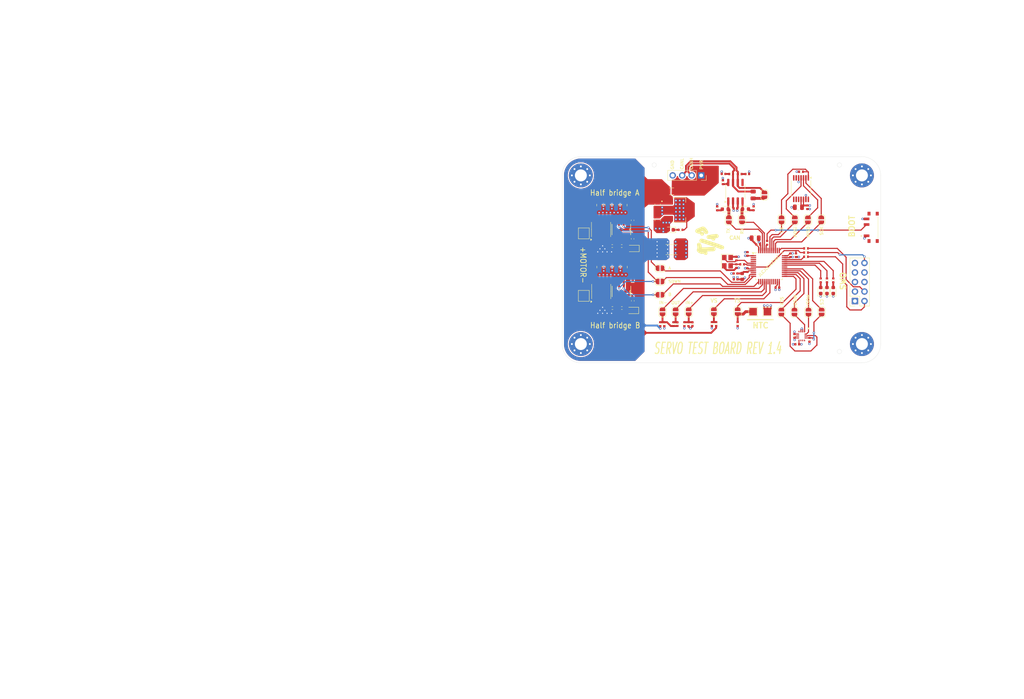
<source format=kicad_pcb>
(kicad_pcb (version 20240108) (generator "pcbnew") (generator_version "8.0")
  (layers (0 "F.Cu" signal) (1 "In1.Cu" power) (2 "In2.Cu" power) (31 "B.Cu" signal) (34 "B.Paste" user) (35 "F.Paste" user) (36 "B.SilkS" user "B.Silkscreen") (37 "F.SilkS" user "F.Silkscreen") (38 "B.Mask" user) (39 "F.Mask" user) (44 "Edge.Cuts" user))
  (net 0 "")
  (net 1 "+3.3V")
  (net 2 "GND")
  (net 3 "+3.3VA")
  (net 4 "NRST")
  (net 5 "RCC_OSC_IN")
  (net 6 "Net-(C11-Pad1)")
  (net 7 "Net-(C17-Pad1)")
  (net 8 "Net-(C18-Pad1)")
  (net 9 "+BATT")
  (net 10 "OPAMP_OUT")
  (net 11 "OPAMP_IN-")
  (net 12 "OPAMP_IN+")
  (net 13 "/VB_A")
  (net 14 "/VS_A")
  (net 15 "/VB_B")
  (net 16 "/VS_B")
  (net 17 "/RX_LED_A")
  (net 18 "CAN_RX")
  (net 19 "/TX_LED_A")
  (net 20 "CAN_TX")
  (net 21 "Net-(D3-A)")
  (net 22 "/PWR_LED_K")
  (net 23 "Net-(D7-A)")
  (net 24 "Net-(D8-A)")
  (net 25 "Net-(J1-Pin_10)")
  (net 27 "CANL")
  (net 28 "CANH")
  (net 29 "Thermistor_Sense")
  (net 30 "SPI1_CS")
  (net 31 "SPI1_SCK")
  (net 32 "SPI1_MISO")
  (net 33 "SPI1_MOSI")
  (net 34 "SPI2_CS")
  (net 35 "SPI2_MOSI")
  (net 36 "SPI2_SCK")
  (net 37 "SPI2_MISO")
  (net 38 "VBat_Sense")
  (net 39 "Motor_SDWN")
  (net 40 "Motor_B")
  (net 41 "Motor_A")
  (net 43 "Net-(JP1-B)")
  (net 44 "Net-(Q1-Pad2)")
  (net 45 "Net-(Q1-Pad4)")
  (net 46 "MOSFET_GND")
  (net 47 "Net-(Q2-Pad2)")
  (net 48 "Net-(Q2-Pad4)")
  (net 50 "Net-(U4-Rs)")
  (net 51 "LED_Red")
  (net 52 "LED_Green")
  (net 53 "LED_Blue")
  (net 54 "/GATE_HIGH_A")
  (net 55 "/GATE_LOW_A")
  (net 56 "/GATE_HIGH_B")
  (net 57 "/GATE_LOW_B")
  (net 58 "RCC_OSC_OUT")
  (net 75 "/PWR_IN")
  (net 76 "/VBat_Sense_Pad")
  (net 77 "/SPI1_SCK_Pad")
  (net 82 "Net-(J1-Pin_2)")
  (net 83 "Net-(J1-Pin_4)")
  (net 84 "Net-(U1-BOOT0)")
  (net 85 "SW_BOOT0")
  (net 86 "SWCLK")
  (net 87 "SWDIO")
  (net 88 "/SPI1_MISO_Pad")
  (net 93 "/SPI1_MOSI_Pad")
  (net 94 "/SPI1_CS_Pad")
  (net 95 "/CAN_RX_Pad")
  (net 96 "/CAN_TX_Pad")
  (net 97 "/Thermistor_Sense_Pad")
  (net 98 "/SPI2_SCK_Pad")
  (net 99 "/SPI2_MISO_Pad")
  (net 100 "/SPI2_MOSI_Pad")
  (net 101 "/Motor_A_Pad")
  (net 102 "/Motor_SDWN_Pad")
  (net 103 "/Motor_B_Pad")
  (net 104 "/OP_IN-_Pad")
  (net 105 "/OP_OUT_Pad")
  (net 106 "/OP_IN+_Pad")
  (net 107 "/SPI2_CS_Pad")
  (footprint "IR2104STRPBF:SOIC127P600X175-8N" (layer "F.Cu") (at 177.7325 72.75 -90)
    (property "Reference" "U6" (hide yes))
    (property "Value" "IR2104")
  )
  (footprint "Capacitor_SMD:C_0402_1005Metric" (layer "F.Cu") (at 219.384556 88.197056 180)
    (property "Reference" "C4" (hide yes))
    (property "Value" "100n")
  )
  (footprint "Diode_SMD:D_SOD-323" (layer "F.Cu") (at 180.755 94.3375 180)
    (property "Reference" "D6" (hide yes))
    (property "Value" "PMEG3010BEA")
  )
  (footprint "Package_SO:SOIC-8_3.9x4.9mm_P1.27mm" (layer "F.Cu") (at 172.3275 72.735 90)
    (property "Reference" "Q2" (hide yes))
    (property "Value" "FDS8984")
  )
  (footprint "Resistor_SMD:R_0402_1005Metric" (layer "F.Cu") (at 189.204556 97.983056 90)
    (property "Reference" "R18" (hide yes))
    (property "Value" "10k")
  )
  (footprint "Capacitor_SMD:C_0402_1005Metric" (layer "F.Cu") (at 208.184556 67.067056)
    (property "Reference" "C16" (hide yes))
    (property "Value" "100n")
  )
  (footprint "Capacitor_SMD:C_0805_2012Metric" (layer "F.Cu") (at 176.3675 82.765 -90)
    (property "Reference" "C32" (hide yes))
    (property "Value" "10u")
  )
  (footprint "Jumper:SolderJumper-2_P1.3mm_Open_RoundedPad1.0x1.5mm" (layer "F.Cu") (at 209.934556 70.169556 -90)
    (property "Reference" "JP7" (hide yes))
    (property "Value" "SolderJumper_2_Open")
  )
  (footprint "Capacitor_SMD:C_0402_1005Metric" (layer "F.Cu") (at 180.7425 75.23 90)
    (property "Reference" "C29" (hide yes))
    (property "Value" "100n")
  )
  (footprint "Resistor_SMD:R_0402_1005Metric" (layer "F.Cu") (at 188.114556 97.983056 -90)
    (property "Reference" "R17" (hide yes))
    (property "Value" "10k")
  )
  (footprint "Resistor_SMD:R_0402_1005Metric" (layer "F.Cu") (at 175.3125 77.15)
    (property "Reference" "R22" (hide yes))
    (property "Value" "10")
  )
  (footprint "Jumper:SolderJumper-2_P1.3mm_Open_RoundedPad1.0x1.5mm" (layer "F.Cu") (at 227.684556 94.782056 90)
    (property "Reference" "JP12" (hide yes))
    (property "Value" "SolderJumper_2_Open")
  )
  (footprint "LED_SMD:LED_0603_1608Metric" (layer "F.Cu") (at 190.7975 72.82 180)
    (property "Reference" "D4" (hide yes))
    (property "Value" "LED Blue")
  )
  (footprint "Capacitor_SMD:C_0402_1005Metric" (layer "F.Cu") (at 211.359556 57.932056)
    (property "Reference" "C18" (hide yes))
    (property "Value" "560p")
  )
  (footprint "LOGO" (layer "F.Cu") (at 200.3875 75.76)
    (property "Reference" "G***" (hide yes))
    (property "Value" "LOGO" (hide yes))
  )
  (footprint "Resistor_SMD:R_0402_1005Metric" (layer "F.Cu") (at 175.3575 93.69)
    (property "Reference" "R24" (hide yes))
    (property "Value" "10")
  )
  (footprint "Capacitor_SMD:C_0402_1005Metric" (layer "F.Cu") (at 180.7425 70.28 90)
    (property "Reference" "C28" (hide yes))
    (property "Value" "100n")
  )
  (footprint "LSM6DSO:LGA14L" (layer "F.Cu") (at 225.887556 101.163056 -90)
    (property "Reference" "U3" (hide yes))
    (property "Value" "LSM6DSO")
    (property "VALUE" "LSM6DS0" (hide yes))
  )
  (footprint "Capacitor_SMD:C_0805_2012Metric" (layer "F.Cu") (at 178.5275 66.225 -90)
    (property "Reference" "C23" (hide yes))
    (property "Value" "10u")
  )
  (footprint "Capacitor_SMD:C_0805_2012Metric" (layer "F.Cu") (at 224.9925 66.8 180)
    (property "Reference" "C14" (hide yes))
    (property "Value" "10u")
  )
  (footprint "Capacitor_SMD:C_0402_1005Metric" (layer "F.Cu") (at 223.934556 101.132056 -90)
    (property "Reference" "C13" (hide yes))
    (property "Value" "100n")
  )
  (footprint "PCM12SMTR:PCM12SMTR" (layer "F.Cu") (at 244.9275 72.16 90)
    (property "Reference" "S1" (hide yes))
    (property "Value" "PCM12SMTR" (hide yes))
  )
  (footprint "Capacitor_SMD:C_0402_1005Metric" (layer "F.Cu") (at 205.009556 57.907056 180)
    (property "Reference" "C17" (hide yes))
    (property "Value" "560p")
  )
  (footprint "Package_SO:SOIC-8_3.9x4.9mm_P1.27mm" (layer "F.Cu") (at 208.174556 62.662056 90)
    (property "Reference" "U4" (hide yes))
    (property "Value" "MCP2551-I-SN")
  )
  (footprint "Jumper:SolderJumper-2_P1.3mm_Open_RoundedPad1.0x1.5mm" (layer "F.Cu") (at 188.0675 90.16)
    (property "Reference" "JP16" (hide yes))
    (property "Value" "SolderJumper_2_Open")
  )
  (footprint "Jumper:SolderJumper-2_P1.3mm_Open_RoundedPad1.0x1.5mm" (layer "F.Cu") (at 215.934556 63.494556 -90)
    (property "Reference" "JP1" (hide yes))
    (property "Value" "CAN Termination")
  )
  (footprint "Resistor_SMD:R_0402_1005Metric" (layer "F.Cu") (at 201.904556 97.957056 -90)
    (property "Reference" "R13" (hide yes))
    (property "Value" "1k5")
  )
  (footprint "Crystal:Crystal_SMD_3225-4Pin_3.2x2.5mm" (layer "F.Cu") (at 206.059556 81.322056 -90)
    (property "Reference" "Y1" (hide yes))
    (property "Value" "X322516MLB4SI")
  )
  (footprint "Jumper:SolderJumper-2_P1.3mm_Open_RoundedPad1.0x1.5mm" (layer "F.Cu") (at 202.434556 94.667056 90)
    (property "Reference" "JP2" (hide yes))
    (property "Value" "SolderJumper_2_Open")
  )
  (footprint "Resistor_SMD:R_0402_1005Metric" (layer "F.Cu") (at 225.6925 57.325 180)
    (property "Reference" "R26" (hide yes))
    (property "Value" "10k")
  )
  (footprint "Capacitor_SMD:C_0402_1005Metric" (layer "F.Cu") (at 208.204556 84.467056 180)
    (property "Reference" "C7" (hide yes))
    (property "Value" "1u")
  )
  (footprint "Jumper:SolderJumper-2_P1.3mm_Open_RoundedPad1.0x1.5mm" (layer "F.Cu") (at 220.434556 94.772056 90)
    (property "Reference" "JP10" (hide yes))
    (property "Value" "SolderJumper_2_Open")
  )
  (footprint "Capacitor_SMD:C_0805_2012Metric" (layer "F.Cu") (at 178.5775 82.765 -90)
    (property "Reference" "C35" (hide yes))
    (property "Value" "10u")
  )
  (footprint "Capacitor_SMD:C_0805_2012Metric" (layer "F.Cu") (at 174.1075 66.225 -90)
    (property "Reference" "C24" (hide yes))
    (property "Value" "10u")
  )
  (footprint "Resistor_SMD:R_0402_1005Metric" (layer "F.Cu") (at 195.644556 97.977056 -90)
    (property "Reference" "R15" (hide yes))
    (property "Value" "10k")
  )
  (footprint "IR2104STRPBF:SOIC127P600X175-8N" (layer "F.Cu") (at 177.7675 89.265 -90)
    (property "Reference" "U7" (hide yes))
    (property "Value" "IR2104")
  )
  (footprint "TestPoint:TestPoint_Pad_2.5x2.5mm" (layer "F.Cu") (at 167.7425 73.775 180)
    (property "Reference" "TP1" (hide yes))
    (property "Value" "Motor_A_Lead")
  )
  (footprint "Resistor_SMD:R_0402_1005Metric" (layer "F.Cu") (at 204.834556 60.122056 90)
    (property "Reference" "R5" (hide yes))
    (property "Value" "4k7")
  )
  (footprint "Connector_PinSocket_2.54mm:PinSocket_1x04_P2.54mm_Vertical" (layer "F.Cu") (at 199.0575 58.3 -90)
    (property "Reference" "J2" (hide yes))
    (property "Value" "Header 4p")
  )
  (footprint "MountingHole:MountingHole_3.2mm_M3_Pad_Via" (layer "F.Cu") (at 241.9375 103.3)
    (property "Reference" "H2" (hide yes))
    (property "Value" "MountingHole_Pad")
  )
  (footprint "Resistor_SMD:R_0402_1005Metric" (layer "F.Cu") (at 203.034556 97.957056 90)
    (property "Reference" "R12" (hide yes))
    (property "Value" "10k")
  )
  (footprint "Capacitor_SMD:C_0402_1005Metric" (layer "F.Cu") (at 192.704556 97.983056 -90)
    (property "Reference" "C25" (hide yes))
    (property "Value" "12n")
  )
  (footprint "Jumper:SolderJumper-2_P1.3mm_Open_RoundedPad1.0x1.5mm" (layer "F.Cu") (at 188.0675 83.06)
    (property "Reference" "JP14" (hide yes))
    (property "Value" "SolderJumper_2_Open")
  )
  (footprint "Diode_SMD:D_SOD-323" (layer "F.Cu") (at 180.895 77.7975 180)
    (property "Reference" "D5" (hide yes))
    (property "Value" "PMEG3010BEA")
  )
  (footprint "LED_SMD:LED_0603_1608Metric" (layer "F.Cu") (at 234.284556 89.009556 90)
    (property "Reference" "D8" (hide yes))
    (property "Value" "LED Red")
  )
  (footprint "Capacitor_SMD:C_0402_1005Metric" (layer "F.Cu") (at 224.659556 103.362056 180)
    (property "Reference" "C12" (hide yes))
    (property "Value" "100n")
  )
  (footprint "Package_QFP:LQFP-48_7x7mm_P0.5mm" (layer "F.Cu") (at 217.134556 82.497056)
    (property "Reference" "U1" (hide yes))
    (property "Value" "STM32F303CCTx")
  )
  (footprint "TestPoint:TestPoint_Pad_2.0x2.0mm" (layer "F.Cu") (at 216.724556 94.667056)
    (property "Reference" "TP3" (hide yes))
    (property "Value" "Thermistor_B")
  )
  (footprint "Resistor_SMD:R_0402_1005Metric" (layer "F.Cu") (at 191.634556 97.983056 -90)
    (property "Reference" "R19" (hide yes))
    (property "Value" "50k")
  )
  (footprint "Resistor_SMD:R_0402_1005Metric" (layer "F.Cu") (at 193.5425 72.8275)
    (property "Reference" "R20" (hide yes))
    (property "Value" "20")
  )
  (footprint "Jumper:SolderJumper-2_P1.3mm_Open_RoundedPad1.0x1.5mm" (layer "F.Cu") (at 188.724556 94.702056 90)
    (property "Reference" "JP17" (hide yes))
    (property "Value" "SolderJumper_2_Open")
  )
  (footprint "Jumper:SolderJumper-2_P1.3mm_Open_RoundedPad1.0x1.5mm" (layer "F.Cu") (at 206.434556 70.169556 -90)
    (property "Reference" "JP8" (hide yes))
    (property "Value" "SolderJumper_2_Open")
  )
  (footprint "Jumper:SolderJumper-2_P1.3mm_Open_RoundedPad1.0x1.5mm" (layer "F.Cu") (at 208.784556 94.657056 90)
    (property "Reference" "JP9" (hide yes))
    (property "Value" "SolderJumper_2_Open")
  )
  (footprint "LED_SMD:LED_0603_1608Metric" (layer "F.Cu") (at 230.934556 89.009556 90)
    (property "Reference" "D7" (hide yes))
    (property "Value" "LED Blue")
  )
  (footprint "Resistor_SMD:R_0402_1005Metric" (layer "F.Cu") (at 230.934556 86.299556 90)
    (property "Reference" "R10" (hide yes))
    (property "Value" "20")
  )
  (footprint "TestPoint:TestPoint_Pad_2.0x2.0mm" (layer "F.Cu") (at 212.894556 94.667056 -90)
    (property "Reference" "TP4" (hide yes))
    (property "Value" "Thermistor_A")
  )
  (footprint "Fuse:Fuse_1206_3216Metric" (layer "F.Cu") (at 191.1675 62.55)
    (property "Reference" "F1" (hide yes))
    (property "Value" "NANOSMDC150F")
  )
  (footprint "Connector_PinSocket_2.54mm:PinSocket_2x05_P2.54mm_Vertical" (layer "F.Cu") (at 240.079556 91.827056 180)
    (property "Reference" "J1" (hide yes))
    (property "Value" "SWO connector")
  )
  (footprint "Capacitor_SMD:C_0805_2012Metric" (layer "F.Cu") (at 171.8975 66.225 -90)
    (property "Reference" "C27" (hide yes))
    (property "Value" "10u")
  )
  (footprint "MountingHole:MountingHole_3.2mm_M3_Pad_Via" (layer "F.Cu") (at 241.9375 58.3)
    (property "Reference" "H1" (hide yes))
    (property "Value" "MountingHole_Pad")
  )
  (footprint "Capacitor_SMD:C_0402_1005Metric" (layer "F.Cu") (at 208.409556 82.497056 -90)
    (property "Reference" "C11" (hide yes))
    (property "Value" "12p")
  )
  (footprint "Resistor_SMD:R_2010_5025Metric_Pad1.40x2.65mm_HandSolder" (layer "F.Cu") (at 191.1375 78.09)
    (property "Reference" "R16" (hide yes))
    (property "Value" "RTT20R062FTE")
  )
  (footprint "Jumper:SolderJumper-2_P1.3mm_Open_RoundedPad1.0x1.5mm" (layer "F.Cu") (at 231.184556 94.772056 90)
    (property "Reference" "JP20" (hide yes))
    (property "Value" "SolderJumper_2_Open")
  )
  (footprint "Jumper:SolderJumper-2_P1.3mm_Open_RoundedPad1.0x1.5mm" (layer "F.Cu") (at 223.934556 94.782056 90)
    (property "Reference" "JP11" (hide yes))
    (property "Value" "SolderJumper_2_Open")
  )
  (footprint "Capacitor_SMD:C_0402_1005Metric" (layer "F.Cu") (at 224.334556 79.587056 -90)
    (property "Reference" "C9" (hide yes))
    (property "Value" "100n")
  )
  (footprint "LED_SMD:LED_0603_1608Metric" (layer "F.Cu") (at 232.609556 89.009556 90)
    (property "Reference" "D3" (hide yes))
    (property "Value" "LED Green")
  )
  (footprint "Capacitor_SMD:C_0402_1005Metric" (layer "F.Cu") (at 196.714556 97.977056 -90)
    (property "Reference" "C26" (hide yes))
    (property "Value" "100n")
  )
  (footprint "Resistor_SMD:R_0402_1005Metric" (layer "F.Cu") (at 207.034556 57.927056)
    (property "Reference" "R6" (hide yes))
    (property "Value" "100")
  )
  (footprint "Resistor_SMD:R_0402_1005Metric" (layer "F.Cu") (at 234.284556 86.299556 90)
    (property "Reference" "R8" (hide yes))
    (property "Value" "47")
  )
  (footprint "Capacitor_SMD:C_0402_1005Metric" (layer "F.Cu") (at 208.434556 80.497056 90)
    (property "Reference" "C10" (hide yes))
    (property "Value" "12p")
  )
  (footprint "MountingHole:MountingHole_3.2mm_M3_Pad_Via" (layer "F.Cu") (at 166.9375 103.3)
    (property "Reference" "H3" (hide yes))
    (property "Value" "MountingHole_Pad")
  )
  (footprint "Resistor_SMD:R_0402_1005Metric" (layer "F.Cu") (at 232.609556 86.299556 -90)
    (property "Reference" "R9" (hide yes))
    (property "Value" "24")
  )
  (footprint "Jumper:SolderJumper-2_P1.3mm_Open_RoundedPad1.0x1.5mm" (layer "F.Cu") (at 227.534556 70.172056 -90)
    (property "Reference" "JP4" (hide yes))
    (property "Value" "SolderJumper_2_Open")
  )
  (footprint "Capacitor_SMD:C_0805_2012Metric" (layer "F.Cu") (at 187.4575 70.14 90)
    (property "Reference" "C22" (hide yes))
    (property "Value" "10u")
  )
  (footprint "Jumper:SolderJumper-2_P1.3mm_Open_RoundedPad1.0x1.5mm" (layer "F.Cu") (at 192.224556 94.702056 90)
    (property "Reference" "JP18" (hide yes))
    (property "Value" "SolderJumper_2_Open")
  )
  (footprint "MountingHole:MountingHole_3.2mm_M3_Pad_Via" (layer "F.Cu") (at 166.9375 58.3)
    (property "Reference" "H4" (hide yes))
    (property "Value" "MountingHole_Pad")
  )
  (footprint "Resistor_SMD:R_0402_1005Metric" (layer "F.Cu") (at 203.309556 67.107056 -90)
    (property "Reference" "R4" (hide yes))
    (property "Value" "24")
  )
  (footprint "Capacitor_SMD:C_0402_1005Metric" (layer "F.Cu") (at 208.224556 86.057056 180)
    (property "Reference" "C8" (hide yes))
    (property "Value" "1u")
  )
  (footprint "LED_SMD:LED_0603_1608Metric" (layer "F.Cu") (at 205.464556 67.319556 180)
    (property "Reference" "D2" (hide yes))
    (property "Value" "LED Green")
  )
  (footprint "Capacitor_SMD:C_0402_1005Metric" (layer "F.Cu") (at 180.7675 86.82 90)
    (property "Reference" "C30" (hide yes))
    (property "Value" "100n")
  )
  (footprint "Resistor_SMD:R_0402_1005Metric" (layer "F.Cu") (at 227.024556 77.777056 180)
    (property "Reference" "R28" (hide yes))
    (property "Value" "22")
  )
  (footprint "Capacitor_SMD:C_0402_1005Metric" (layer "F.Cu") (at 214.234556 76.747056)
    (property "Reference" "C5" (hide yes))
    (property "Value" "100n")
  )
  (footprint "Capacitor_SMD:C_0402_1005Metric" (layer "F.Cu") (at 211.434556 79.26 90)
    (property "Reference" "C2" (hide yes))
    (property "Value" "100n")
  )
  (footprint "Capacitor_SMD:C_0805_2012Metric" (layer "F.Cu") (at 187.4325 66.165 -90)
    (property "Reference" "C21" (hide yes))
    (property "Value" "10u")
  )
  (footprint "Capacitor_SMD:C_0805_2012Metric" (layer "F.Cu") (at 213.459556 75.047056)
    (property "Reference" "C1" (hide yes))
    (property "Value" "10u")
  )
  (footprint "Resistor_SMD:R_0402_1005Metric" (layer "F.Cu") (at 209.984556 82.022056 180)
    (property "Reference" "R27" (hide yes))
    (property "Value" "820")
  )
  (footprint "Jumper:SolderJumper-2_P1.3mm_Open_RoundedPad1.0x1.5mm" (layer "F.Cu") (at 231.084556 70.172056 -90)
    (property "Reference" "JP3" (hide yes))
    (property "Value" "SolderJumper_2_Open")
  )
  (footprint "Resistor_SMD:R_0805_2012Metric" (layer "F.Cu") (at 212.909556 63.519556 90)
    (property "Reference" "R2" (hide yes))
    (property "Value" "120")
  )
  (footprint "Capacitor_SMD:C_0402_1005Metric" (layer "F.Cu") (at 211.424556 83.567056 90)
    (property "Reference" "C6" (hide yes))
    (property "Value" "10n")
  )
  (footprint "Package_SO:TSSOP-14_4.4x5mm_P0.65mm" (layer "F.Cu") (at 225.6925 61.825 -90)
    (property "Reference" "U2" (hide yes))
    (property "Value" "AS5048A")
  )
  (footprint "Resistor_SMD:R_0402_1005Metric" (layer "F.Cu") (at 208.774556 97.957056 90)
    (property "Reference" "R11" (hide yes))
    (property "Value" "100k")
  )
  (footprint "LED_SMD:LED_0603_1608Metric" (layer "F.Cu") (at 210.872056 67.287056)
    (property "Reference" "D1" (hide yes))
    (property "Value" "LED Yellow")
  )
  (footprint "Capacitor_SMD:C_0402_1005Metric" (layer "F.Cu") (at 180.7975 91.77 90)
    (property "Reference" "C31" (hide yes))
    (property "Value" "100n")
  )
  (footprint "Capacitor_SMD:C_0805_2012Metric" (layer "F.Cu") (at 171.9475 82.765 -90)
    (property "Reference" "C34" (hide yes))
    (property "Value" "10u")
  )
  (footprint "TestPoint:TestPoint_Pad_2.5x2.5mm" (layer "F.Cu") (at 167.7275 90.445 180)
    (property "Reference" "TP2" (hide yes))
    (property "Value" "Motor_B_Lead")
  )
  (footprint "Capacitor_SMD:C_0402_1005Metric" (layer "F.Cu") (at 227.3675 66.8 -90)
    (property "Reference" "C15" (hide yes))
    (property "Value" "100n")
  )
  (footprint "Jumper:SolderJumper-2_P1.3mm_Open_RoundedPad1.0x1.5mm" (layer "F.Cu") (at 220.484556 70.172056 -90)
    (property "Reference" "JP6" (hide yes))
    (property "Value" "SolderJumper_2_Open")
  )
  (footprint "Resistor_SMD:R_0402_1005Metric" (layer "F.Cu") (at 194.564556 97.977056 90)
    (property "Reference" "R14" (hide yes))
    (property "Value" "10k")
  )
  (footprint "Resistor_SMD:R_0402_1005Metric" (layer "F.Cu") (at 216.634556 76.297056 -90)
    (property "Reference" "R1" (hide yes))
    (property "Value" "10k")
  )
  (footprint "Capacitor_SMD:C_0402_1005Metric" (layer "F.Cu") (at 222.834556 79.587056 -90)
    (property "Reference" "C3" (hide yes))
    (property "Value" "100n")
  )
  (footprint "Resistor_SMD:R_0402_1005Metric" (layer "F.Cu") (at 177.8775 93.69 180)
    (property "Reference" "R23" (hide yes))
    (property "Value" "10")
  )
  (footprint "Resistor_SMD:R_0402_1005Metric" (layer "F.Cu") (at 227.024556 78.887056 180)
    (property "Reference" "R30" (hide yes))
    (property "Value" "22")
  )
  (footprint "Capacitor_SMD:C_0805_2012Metric" (layer "F.Cu") (at 174.1575 82.765 -90)
    (property "Reference" "C33" (hide yes))
    (property "Value" "10u")
  )
  (footprint "Jumper:SolderJumper-2_P1.3mm_Open_RoundedPad1.0x1.5mm" (layer "F.Cu") (at 195.719556 94.692056 90)
    (property "Reference" "JP19" (hide yes))
    (property "Value" "SolderJumper_2_Open")
  )
  (footprint "Package_SO:SOIC-8_3.9x4.9mm_P1.27mm" (layer "F.Cu") (at 172.3775 89.285 90)
    (property "Reference" "Q1" (hide yes))
    (property "Value" "FDS8984")
  )
  (footprint "Resistor_SMD:R_0402_1005Metric" (layer "F.Cu") (at 227.934556 102.162056 -90)
    (property "Reference" "R25" (hide yes))
    (property "Value" "10k")
  )
  (footprint "Resistor_SMD:R_0402_1005Metric" (layer "F.Cu") (at 213.034556 67.087056 -90)
    (property "Reference" "R3" (hide yes))
    (property "Value" "47")
  )
  (footprint "Inductor_SMD:L_0603_1608Metric" (layer "F.Cu") (at 209.974556 85.257056 -90)
    (property "Reference" "FB1" (hide yes))
    (property "Value" "120R")
  )
  (footprint "TL1963A-33DCYR:VREG_TL1963A-33DCYR" (layer "F.Cu") (at 193.1725 67.52)
    (property "Reference" "U5" (hide yes))
    (property "Value" "TL1963A-33DCYR")
  )
  (footprint "Resistor_SMD:R_0402_1005Metric" (layer "F.Cu") (at 209.334556 57.937056 180)
    (property "Reference" "R7" (hide yes))
    (property "Value" "100")
  )
  (footprint "Resistor_SMD:R_0402_1005Metric" (layer "F.Cu") (at 177.8425 77.15 180)
    (property "Reference" "R21" (hide yes))
    (property "Value" "10")
  )
  (footprint "Resistor_SMD:R_0402_1005Metric" (layer "F.Cu") (at 227.024556 80.007056 180)
    (property "Reference" "R29" (hide yes))
    (property "Value" "22")
  )
  (footprint "Jumper:SolderJumper-2_P1.3mm_Open_RoundedPad1.0x1.5mm" (layer "F.Cu") (at 188.0675 86.61)
    (property "Reference" "JP15" (hide yes))
    (property "Value" "SolderJumper_2_Open")
  )
  (footprint "Capacitor_SMD:C_0805_2012Metric" (layer "F.Cu") (at 176.3175 66.225 -90)
    (property "Reference" "C20" (hide yes))
    (property "Value" "10u")
  )
  (footprint "Jumper:SolderJumper-2_P1.3mm_Open_RoundedPad1.0x1.5mm" (layer "F.Cu") (at 224.034556 70.172056 -90)
    (property "Reference" "JP5" (hide yes))
    (property "Value" "SolderJumper_2_Open")
  )
  (gr_line (start 211.384556 96.797056) (end 218.254556 96.797056) (stroke (width 0.3)) (layer "F.SilkS"))
  (gr_line (start 246.9375 103.3) (end 246.9375 58.3) (stroke (width 0.05)) (layer "Edge.Cuts"))
  (gr_arc (start 246.9375 103.3) (mid 245.473034 106.835534) (end 241.9375 108.3) (stroke (width 0.05)) (layer "Edge.Cuts"))
  (gr_arc (start 241.9375 53.3) (mid 245.473034 54.764466) (end 246.9375 58.3) (stroke (width 0.05)) (layer "Edge.Cuts"))
  (gr_circle (center 186.5075 55.52) (end 187.0835 55.52) (stroke (width 0.05)) (fill none) (layer "Edge.Cuts"))
  (gr_line (start 166.9375 108.3) (end 241.9375 108.3) (stroke (width 0.05)) (layer "Edge.Cuts"))
  (gr_line (start 161.9375 58.3) (end 161.9375 103.3) (stroke (width 0.05)) (layer "Edge.Cuts"))
  (gr_line (start 241.9375 53.3) (end 166.9375 53.3) (stroke (width 0.05)) (layer "Edge.Cuts"))
  (gr_circle (center 235.9375 55.52) (end 236.5135 55.52) (stroke (width 0.05)) (fill none) (layer "Edge.Cuts"))
  (gr_arc (start 166.9375 108.3) (mid 163.401966 106.835534) (end 161.9375 103.3) (stroke (width 0.05)) (layer "Edge.Cuts"))
  (gr_arc (start 161.9375 58.3) (mid 163.401966 54.764466) (end 166.9375 53.3) (stroke (width 0.05)) (layer "Edge.Cuts"))
  (gr_circle (center 235.9375 105.3) (end 236.5135 105.3) (stroke (width 0.05)) (fill none) (layer "Edge.Cuts"))
  (gr_text "Half bridge A" (at 169.2875 63.81 0) (layer "F.SilkS") (effects (font (size 1.5 1.3) (thickness 0.2)) (justify left bottom)))
  (gr_text "CS" (at 220.9675 73.75 90) (layer "F.SilkS") (effects (font (size 0.8 0.8) (thickness 0.15) (bold yes)) (justify left bottom)))
  (gr_text "JLCJLCJLCJLC" (at 214.6675 85.55 45) (layer "F.SilkS") (effects (font (size 0.75 0.75) (thickness 0.15) (bold yes)) (justify left bottom)))
  (gr_text "CANH" (at 196.8975 56.84 90) (layer "F.SilkS") (effects (font (size 0.8 0.8) (thickness 0.15) (bold yes)) (justify left bottom)))
  (gr_text "MISO" (at 223.5975 90.04 -90) (layer "F.SilkS") (effects (font (size 0.8 0.8) (thickness 0.15) (bold yes)) (justify left bottom)))
  (gr_text "TX" (at 206.7675 73.85 90) (layer "F.SilkS") (effects (font (size 0.8 0.8) (thickness 0.15) (bold yes)) (justify left bottom)))
  (gr_text "IN-" (at 187.708511 92.711489 0) (layer "F.SilkS") (effects (font (size 0.8 0.8) (thickness 0.15) (bold yes)) (justify left bottom)))
  (gr_text "VS" (at 201.4375 92.3 0) (layer "F.SilkS") (effects (font (size 1 1) (thickness 0.2) (bold yes)) (justify left bottom)))
  (gr_text "Half bridge B" (at 169.3075 99.2 0) (layer "F.SilkS") (effects (font (size 1.5 1.3) (thickness 0.2)) (justify left bottom)))
  (gr_text "CAN" (at 206.4375 75.55 0) (layer "F.SilkS") (effects (font (size 1 1) (thickness 0.2) (bold yes)) (justify left bottom)))
  (gr_text "SWO" (at 237.8275 89.06 90) (layer "F.SilkS") (effects (font (size 1.5 1.5) (thickness 0.3)) (justify left bottom)))
  (gr_text "MISO" (at 228.0975 74.92 90) (layer "F.SilkS") (effects (font (size 0.8 0.8) (thickness 0.15) (bold yes)) (justify left bottom)))
  (gr_text "TS" (at 207.6875 92.3 0) (layer "F.SilkS") (effects (font (size 1 1) (thickness 0.2) (bold yes)) (justify left bottom)))
  (gr_text "B" (at 190.1875 90.55 0) (layer "F.SilkS") (effects (font (size 0.8 0.8) (thickness 0.15) (bold yes)) (justify left bottom)))
  (gr_text "A" (at 190.1875 83.55 0) (layer "F.SilkS") (effects (font (size 0.8 0.8) (thickness 0.15) (bold yes)) (justify left bottom)))
  (gr_text "GND" (at 191.835059 56.800059 90) (layer "F.SilkS") (effects (font (size 0.8 0.8) (thickness 0.15) (bold yes)) (justify left bottom)))
  (gr_text "RX" (at 210.4375 74.05 90) (layer "F.SilkS") (effects (font (size 0.8 0.8) (thickness 0.15) (bold yes)) (justify left bottom)))
  (gr_text "SERVO TEST BOARD REV 1.4" (at 186.2675 106.21 0) (layer "F.SilkS") (effects (font (size 3 1.6) (thickness 0.3) (bold yes) (italic yes)) (justify left bottom)))
  (gr_text "MOSI" (at 224.6375 74.95 90) (layer "F.SilkS") (effects (font (size 0.8 0.8) (thickness 0.15) (bold yes)) (justify left bottom)))
  (gr_text "OUT" (at 190.979404 92.768096 0) (layer "F.SilkS") (effects (font (size 0.8 0.8) (thickness 0.15) (bold yes)) (justify left bottom)))
  (gr_text "SCK" (at 231.6475 74.37 90) (layer "F.SilkS") (effects (font (size 0.8 0.8) (thickness 0.15) (bold yes)) (justify left bottom)))
  (gr_text "MOSI" (at 227.0575 90.01 -90) (layer "F.SilkS") (effects (font (size 0.8 0.8) (thickness 0.15) (bold yes)) (justify left bottom)))
  (gr_text "CS" (at 230.7275 91.21 -90) (layer "F.SilkS") (effects (font (size 0.8 0.8) (thickness 0.15) (bold yes)) (justify left bottom)))
  (gr_text "SDWN" (at 190.1875 87.05 0) (layer "F.SilkS") (effects (font (size 0.8 0.8) (thickness 0.15) (bold yes)) (justify left bottom)))
  (gr_text "IN+" (at 194.7275 92.73 0) (layer "F.SilkS") (effects (font (size 0.8 0.8) (thickness 0.15) (bold yes)) (justify left bottom)))
  (gr_text "NTC" (at 212.584556 99.217056 0) (layer "F.SilkS") (effects (font (size 1.5 1.5) (thickness 0.3)) (justify left bottom)))
  (gr_text "+MOTOR-" (at 166.6775 77.23 270) (layer "F.SilkS") (effects (font (size 1.5 1.3) (thickness 0.2)) (justify left bottom)))
  (gr_text "SCK" (at 220.0475 90.59 -90) (layer "F.SilkS") (effects (font (size 0.8 0.8) (thickness 0.15) (bold yes)) (justify left bottom)))
  (gr_text "BOOT" (at 240.1375 74.96 90) (layer "F.SilkS") (effects (font (size 1.5 1.5) (thickness 0.3)) (justify left bottom)))
  (gr_text "PWR" (at 199.6075 56.84 90) (layer "F.SilkS") (effects (font (size 0.8 0.8) (thickness 0.15) (bold yes)) (justify left bottom)))
  (gr_text "CANL" (at 194.3975 56.8 90) (layer "F.SilkS") (effects (font (size 0.8 0.8) (thickness 0.15) (bold yes)) (justify left bottom)))
  (segment (start 243.1775 69.91) (end 242.093388 69.91) (width 0.5) (layer "F.Cu") (net 1))
  (segment (start 227.9275 103.26) (end 227.9275 102.679112) (width 0.5) (layer "F.Cu") (net 1))
  (segment (start 222.78771 79.107056) (end 222.834556 79.107056) (width 0.3) (layer "F.Cu") (net 1))
  (segment (start 223.934556 100.652056) (end 224.951556 100.652056) (width 0.25) (layer "F.Cu") (net 1))
  (segment (start 208.809556 66.922056) (end 208.664556 67.067056) (width 0.5) (layer "F.Cu") (net 1))
  (segment (start 227.370444 66.322944) (end 227.3675 66.32) (width 0.5) (layer "F.Cu") (net 1))
  (segment (start 219.864556 88.197056) (end 219.884556 88.177056) (width 0.3) (layer "F.Cu") (net 1))
  (segment (start 203.3075 66.595) (end 203.309556 66.597056) (width 0.5) (layer "F.Cu") (net 1))
  (segment (start 225.170444 57.312944) (end 225.1825 57.325) (width 0.5) (layer "F.Cu") (net 1))
  (segment (start 212.972056 79.747056) (end 211.454556 79.747056) (width 0.3) (layer "F.Cu") (net 1))
  (segment (start 221.297056 79.747056) (end 222.14771 79.747056) (width 0.3) (layer "F.Cu") (net 1))
  (segment (start 208.7675 99.07) (end 208.7675 98.474112) (width 0.5) (layer "F.Cu") (net 1))
  (segment (start 226.4225 66.32) (end 227.3675 66.32) (width 0.5) (layer "F.Cu") (net 1))
  (segment (start 213.754556 76.793902) (end 214.384556 77.423902) (width 0.3) (layer "F.Cu") (net 1))
  (segment (start 219.884556 88.177056) (end 219.884556 86.659556) (width 0.3) (layer "F.Cu") (net 1))
  (segment (start 222.14771 79.747056) (end 222.78771 79.107056) (width 0.3) (layer "F.Cu") (net 1))
  (segment (start 209.974556 86.044556) (end 208.717056 86.044556) (width 0.5) (layer "F.Cu") (net 1))
  (segment (start 219.8775 88.82) (end 219.8775 88.21) (width 0.5) (layer "F.Cu") (net 1))
  (segment (start 212.509556 75.047056) (end 212.509556 75.502056) (width 0.5) (layer "F.Cu") (net 1))
  (segment (start 228.060444 66.322944) (end 227.370444 66.322944) (width 0.5) (layer "F.Cu") (net 1))
  (segment (start 223.4575 79.11) (end 222.8375 79.11) (width 0.5) (layer "F.Cu") (net 1))
  (segment (start 219.8775 88.21) (end 219.864556 88.197056) (width 0.5) (layer "F.Cu") (net 1))
  (segment (start 227.9275 102.679112) (end 227.934556 102.672056) (width 0.5) (layer "F.Cu") (net 1))
  (segment (start 242.093388 69.91) (end 242.090444 69.912944) (width 0.5) (layer "F.Cu") (net 1))
  (segment (start 189.2075 99.1) (end 189.2075 98.496) (width 0.5) (layer "F.Cu") (net 1))
  (segment (start 225.9425 66.8) (end 226.4225 66.32) (width 0.5) (layer "F.Cu") (net 1))
  (segment (start 225.137556 102.338056) (end 225.137556 103.360056) (width 0.25) (layer "F.Cu") (net 1))
  (segment (start 211.454556 79.747056) (end 211.434556 79.767056) (width 0.3) (layer "F.Cu") (net 1))
  (segment (start 213.0375 66.574112) (end 213.034556 66.577056) (width 0.5) (layer "F.Cu") (net 1))
  (segment (start 214.384556 77.423902) (end 214.384556 78.334556) (width 0.3) (layer "F.Cu") (net 1))
  (segment (start 224.560444 57.312944) (end 225.170444 57.312944) (width 0.5) (layer "F.Cu") (net 1))
  (segment (start 208.7175 86.044112) (end 208.704556 86.057056) (width 0.5) (layer "F.Cu") (net 1))
  (segment (start 209.974556 86.044556) (end 210.252944 86.044556) (width 0.5) (layer "F.Cu") (net 1))
  (segment (start 210.252944 86.044556) (end 210.7175 85.58) (width 0.5) (layer "F.Cu") (net 1))
  (segment (start 213.754556 76.747056) (end 213.754556 76.793902) (width 0.3) (layer "F.Cu") (net 1))
  (segment (start 208.7175 85.44) (end 208.7175 86.044112) (width 0.5) (layer "F.Cu") (net 1))
  (segment (start 225.6925 64.6875) (end 225.6925 66.55) (width 0.3) (layer "F.Cu") (net 1))
  (segment (start 226.3425 64.6875) (end 226.3425 66.4) (width 0.3) (layer "F.Cu") (net 1))
  (segment (start 212.506612 75.05) (end 212.509556 75.047056) (width 0.5) (layer "F.Cu") (net 1))
  (segment (start 208.809556 65.137056) (end 208.809556 66.922056) (width 0.5) (layer "F.Cu") (net 1))
  (segment (start 208.7675 98.474112) (end 208.774556 98.467056) (width 0.5) (layer "F.Cu") (net 1))
  (segment (start 223.9375 100.649112) (end 223.934556 100.652056) (width 0.5) (layer "F.Cu") (net 1))
  (segment (start 213.0375 65.99) (end 213.0375 66.574112) (width 0.5) (layer "F.Cu") (net 1))
  (segment (start 223.9375 100.03) (end 223.9375 100.649112) (width 0.5) (layer "F.Cu") (net 1))
  (segment (start 208.6675 67.71) (end 208.6675 67.07) (width 0.5) (layer "F.Cu") (net 1))
  (segment (start 225.6925 66.55) (end 225.9425 66.8) (width 0.3) (layer "F.Cu") (net 1))
  (segment (start 224.951556 100.652056) (end 224.962556 100.663056) (width 0.25) (layer "F.Cu") (net 1))
  (segment (start 194.5575 99.08) (end 194.5575 98.494112) (width 0.5) (layer "F.Cu") (net 1))
  (segment (start 208.6675 67.07) (end 208.664556 67.067056) (width 0.5) (layer "F.Cu") (net 1))
  (segment (start 225.8075 103.36) (end 225.141612 103.36) (width 0.5) (layer "F.Cu") (net 1))
  (segment (start 208.717056 86.044556) (end 208.704556 86.057056) (width 0.5) (layer "F.Cu") (net 1))
  (segment (start 211.434556 79.74) (end 210.7875 79.74) (width 0.5) (layer "F.Cu") (net 1))
  (segment (start 225.137556 103.360056) (end 225.139556 103.362056) (width 0.25) (layer "F.Cu") (net 1))
  (segment (start 194.5575 98.494112) (end 194.564556 98.487056) (width 0.5) (layer "F.Cu") (net 1))
  (segment (start 212.509556 75.502056) (end 213.754556 76.747056) (width 0.5) (layer "F.Cu") (net 1))
  (segment (start 222.8375 79.11) (end 222.834556 79.107056) (width 0.5) (layer "F.Cu") (net 1))
  (segment (start 189.2075 98.496) (end 189.204556 98.493056) (width 0.5) (layer "F.Cu") (net 1))
  (segment (start 226.3425 66.4) (end 225.9425 66.8) (width 0.3) (layer "F.Cu") (net 1))
  (segment (start 225.141612 103.36) (end 225.139556 103.362056) (width 0.5) (layer "F.Cu") (net 1))
  (segment (start 203.3075 65.98) (end 203.3075 66.595) (width 0.5) (layer "F.Cu") (net 1))
  (segment (start 211.6675 75.05) (end 212.506612 75.05) (width 0.5) (layer "F.Cu") (net 1))
  (via (at 227.9275 103.26) (size 0.6) (drill 0.3) (layers "F.Cu" "B.Cu") (net 1))
  (via (at 188.9375 73.3) (size 0.6) (drill 0.3) (layers "F.Cu" "B.Cu") (net 1))
  (via (at 188.9375 70.9) (size 0.6) (drill 0.3) (layers "F.Cu" "B.Cu") (net 1))
  (via (at 190.5375 70.9) (size 0.6) (drill 0.3) (layers "F.Cu" "B.Cu") (net 1))
  (via (at 219.8775 88.82) (size 0.6) (drill 0.3) (layers "F.Cu" "B.Cu") (net 1))
  (via (at 187.9375 72.5) (size 0.6) (drill 0.3) (layers "F.Cu" "B.Cu") (net 1))
  (via (at 208.6675 67.71) (size 0.6) (drill 0.3) (layers "F.Cu" "B.Cu") (net 1))
  (via (at 208.7175 85.44) (size 0.6) (drill 0.3) (layers "F.Cu" "B.Cu") (net 1))
  (via (at 194.5575 99.08) (size 0.6) (drill 0.3) (layers "F.Cu" "B.Cu") (net 1))
  (via (at 213.0375 65.99) (size 0.6) (drill 0.3) (layers "F.Cu" "B.Cu") (net 1))
  (via (at 223.9375 100.03) (size 0.6) (drill 0.3) (layers "F.Cu" "B.Cu") (net 1))
  (via (at 224.560444 57.312944) (size 0.6) (drill 0.3) (layers "F.Cu" "B.Cu") (net 1))
  (via (at 186.9375 72.5) (size 0.6) (drill 0.3) (layers "F.Cu" "B.Cu") (net 1))
  (via (at 242.090444 69.912944) (size 0.6) (drill 0.3) (layers "F.Cu" "B.Cu") (net 1))
  (via (at 189.7375 70.9) (size 0.6) (drill 0.3) (layers "F.Cu" "B.Cu") (net 1))
  (via (at 210.7175 85.58) (size 0.6) (drill 0.3) (layers "F.Cu" "B.Cu") (net 1))
  (via (at 225.8075 103.36) (size 0.6) (drill 0.3) (layers "F.Cu" "B.Cu") (net 1))
  (via (at 208.7675 99.07) (size 0.6) (drill 0.3) (layers "F.Cu" "B.Cu") (net 1))
  (via (at 189.2075 99.1) (size 0.6) (drill 0.3) (layers "F.Cu" "B.Cu") (net 1))
  (via (at 210.7875 79.74) (size 0.6) (drill 0.3) (layers "F.Cu" "B.Cu") (net 1))
  (via (at 188.9375 72.5) (size 0.6) (drill 0.3) (layers "F.Cu" "B.Cu") (net 1))
  (via (at 211.6675 75.05) (size 0.6) (drill 0.3) (layers "F.Cu" "B.Cu") (net 1))
  (via (at 223.4575 79.11) (size 0.6) (drill 0.3) (layers "F.Cu" "B.Cu") (net 1))
  (via (at 228.060444 66.322944) (size 0.6) (drill 0.3) (layers "F.Cu" "B.Cu") (net 1))
  (via (at 203.3075 65.98) (size 0.6) (drill 0.3) (layers "F.Cu" "B.Cu") (net 1))
  (segment (start 224.395046 101.163056) (end 223.946046 101.612056) (width 0.25) (layer "F.Cu") (net 2))
  (segment (start 207.814556 83.572056) (end 205.859556 83.572056) (width 0.5) (layer "F.Cu") (net 2))
  (segment (start 217.614556 93.017056) (end 217.614556 93.782944) (width 0.5) (layer "F.Cu") (net 2))
  (segment (start 201.8975 99.07) (end 201.8975 98.474112) (width 0.5) (layer "F.Cu") (net 2))
  (segment (start 211.4075 83.07) (end 211.424556 83.087056) (width 0.5) (layer "F.Cu") (net 2))
  (segment (start 218.8875 88.84) (end 218.8875 88.214112) (width 0.5) (layer "F.Cu") (net 2))
  (segment (start 211.584556 83.247056) (end 211.424556 83.087056) (width 0.3) (layer "F.Cu") (net 2))
  (segment (start 212.972056 83.247056) (end 211.584556 83.247056) (width 0.3) (layer "F.Cu") (net 2))
  (segment (start 226.137556 99.440056) (end 225.9075 99.21) (width 0.25) (layer "F.Cu") (net 2))
  (segment (start 242.590444 74.997056) (end 243.1775 74.41) (width 0.5) (layer "F.Cu") (net 2))
  (segment (start 225.637556 99.479944) (end 225.9075 99.21) (width 0.25) (layer "F.Cu") (net 2))
  (segment (start 224.962556 101.163056) (end 224.395046 101.163056) (width 0.25) (layer "F.Cu") (net 2))
  (segment (start 225.1275 80.07) (end 224.3375 80.07) (width 0.5) (layer "F.Cu") (net 2))
  (segment (start 225.637556 99.988056) (end 225.637556 99.479944) (width 0.25) (layer "F.Cu") (net 2))
  (segment (start 209.0575 80.02) (end 208.4375 80.02) (width 0.5) (layer "F.Cu") (net 2))
  (segment (start 195.1875 72.17) (end 195.1875 70.49) (width 0.3) (layer "F.Cu") (net 2))
  (segment (start 214.714556 76.747056) (end 214.714556 76.317056) (width 0.5) (layer "F.Cu") (net 2))
  (segment (start 207.539556 65.137056) (end 207.539556 66.902056) (width 0.5) (layer "F.Cu") (net 2))
  (segment (start 214.884556 76.917056) (end 214.714556 76.747056) (width 0.3) (layer "F.Cu") (net 2))
  (segment (start 223.4675 80.07) (end 222.8375 80.07) (width 0.5) (layer "F.Cu") (net 2))
  (segment (start 224.039556 66.802944) (end 224.0425 66.8) (width 0.5) (layer "F.Cu") (net 2))
  (segment (start 179.7209 68.225) (end 178.8175 68.225) (width 0.5) (layer "F.Cu") (net 2))
  (segment (start 180.7425 69.2466) (end 179.7209 68.225) (width 0.5) (layer "F.Cu") (net 2))
  (segment (start 230.9275 89.804112) (end 230.934556 89.797056) (width 0.5) (layer "F.Cu") (net 2))
  (segment (start 205.859556 83.572056) (end 205.209556 82.922056) (width 0.5) (layer "F.Cu") (net 2))
  (segment (start 201.8975 98.474112) (end 201.904556 98.467056) (width 0.5) (layer "F.Cu") (net 2))
  (segment (start 207.539556 66.902056) (end 207.704556 67.067056) (width 0.5) (layer "F.Cu") (net 2))
  (segment (start 208.409556 82.977056) (end 207.814556 83.572056) (width 0.5) (layer "F.Cu") (net 2))
  (segment (start 196.714556 98.457056) (end 196.714556 98.582944) (width 0.5) (layer "F.Cu") (net 2))
  (segment (start 214.409556 76.012056) (end 214.4875 76.09) (width 0.5) (layer "F.Cu") (net 2))
  (segment (start 222.8375 80.07) (end 222.834556 80.067056) (width 0.5) (layer "F.Cu") (net 2))
  (segment (start 218.8875 88.214112) (end 218.904556 88.197056) (width 0.5) (layer "F.Cu") (net 2))
  (segment (start 194.53 72.8275) (end 195.1875 72.17) (width 0.3) (layer "F.Cu") (net 2))
  (segment (start 207.7075 67.7) (end 207.7075 67.07) (width 0.5) (layer "F.Cu") (net 2))
  (segment (start 207.744556 86.057056) (end 207.744556 85.432944) (width 0.5) (layer "F.Cu") (net 2))
  (segment (start 223.946046 101.612056) (end 223.934556 101.612056) (width 0.25) (layer "F.Cu") (net 2))
  (segment (start 232.6075 90.57) (end 232.6075 89.799112) (width 0.5) (layer "F.Cu") (net 2))
  (segment (start 224.1775 103.36) (end 224.179556 103.362056) (width 0.5) (layer "F.Cu") (net 2))
  (segment (start 219.384556 87.500176) (end 219.384556 86.659556) (width 0.3) (layer "F.Cu") (net 2))
  (segment (start 224.3375 80.07) (end 224.334556 80.067056) (width 0.5) (layer "F.Cu") (net 2))
  (segment (start 208.434556 80.017056) (end 207.114556 80.017056) (width 0.5) (layer "F.Cu") (net 2))
  (segment (start 223.9775 102.21) (end 223.9775 101.655) (width 0.5) (layer "F.Cu") (net 2))
  (segment (start 216.724556 93.007056) (end 216.724556 94.667056) (width 0.5) (layer "F.Cu") (net 2))
  (segment (start 207.744556 85.432944) (end 207.7475 85.43) (width 0.5) (layer "F.Cu") (net 2))
  (segment (start 214.884556 78.334556) (end 214.884556 76.917056) (width 0.3) (layer "F.Cu") (net 2))
  (segment (start 230.9275 90.57) (end 230.9275 89.804112) (width 0.5) (layer "F.Cu") (net 2))
  (segment (start 223.9775 101.655) (end 223.934556 101.612056) (width 0.5) (layer "F.Cu") (net 2))
  (segment (start 234.2875 89.8) (end 234.284556 89.797056) (width 0.5) (layer "F.Cu") (net 2))
  (segment (start 223.180444 66.802944) (end 224.039556 66.802944) (width 0.5) (layer "F.Cu") (net 2))
  (segment (start 195.1875 70.49) (end 195.2275 70.45) (width 0.3) (layer "F.Cu") (net 2))
  (segment (start 214.409556 75.047056) (end 214.409556 76.012056) (width 0.5) (layer "F.Cu") (net 2))
  (segment (start 224.962556 101.663056) (end 223.985556 101.663056) (width 0.25) (layer "F.Cu") (net 2))
  (segment (start 196.714556 98.582944) (end 196.1675 99.13) (width 0.5) (layer "F.Cu") (net 2))
  (segment (start 195.644556 98.607056) (end 196.1675 99.13) (width 0.5) (layer "F.Cu") (net 2))
  (segment (start 228.013388 67.28) (end 228.020444 67.272944) (width 0.5) (layer "F.Cu") (net 2))
  (segment (start 226.137556 99.988056) (end 226.137556 99.440056) (width 0.25) (layer "F.Cu") (net 2))
  (segment (start 215.874556 93.817056) (end 216.7275 94.67) (width 0.5) (layer "F.Cu") (net 2))
  (segment (start 215.874556 93.007056) (end 215.874556 93.817056) (width 0.5) (layer "F.Cu") (net 2))
  (segment (start 194.0525 72.8275) (end 194.53 72.8275) (width 0.3) (layer "F.Cu") (net 2))
  (segment (start 222.654556 80.247056) (end 221.297056 80.247056) (width 0.3) (layer "F.Cu") (net 2))
  (segment (start 211.8375 57.29) (end 211.8375 57.93) (width 0.5) (layer "F.Cu") (net 2))
  (segment (start 205.209556 82.922056) (end 205.209556 82.422056) (width 0.5) (layer "F.Cu") (net 2))
  (segment (start 211.8375 57.93) (end 211.839556 57.932056) (width 0.5) (layer "F.Cu") (net 2))
  (segment (start 211.434556 78.78) (end 210.7775 78.78) (width 0.5) (layer "F.Cu") (net 2))
  (segment (start 222.834556 80.067056) (end 222.654556 80.247056) (width 0.3) (layer "F.Cu") (net 2))
  (segment (start 214.714556 76.317056) (end 214.4875 76.09) (width 0.5) (layer "F.Cu") (net 2))
  (segment (start 227.3675 67.28) (end 228.013388 67.28) (width 0.5) (layer "F.Cu") (net 2))
  (segment (start 180.7425 69.8) (end 180.7425 69.2466) (width 0.5) (layer "F.Cu") (net 2))
  (segment (start 225.040444 58.964556) (end 225.0425 58.9625) (width 0.3) (layer "F.Cu") (net 2))
  (segment (start 207.120444 84.467056) (end 207.1175 84.47) (width 0.5) (layer "F.Cu") (net 2))
  (segment (start 207.7075 67.07) (end 207.704556 67.067056) (width 0.5) (layer "F.Cu") (net 2))
  (segment (start 209.0675 82.98) (end 208.4125 82.98) (width 0.5) (layer "F.Cu") (net 2))
  (segment (start 223.985556 101.663056) (end 223.934556 101.612056) (width 0.25) (layer "F.Cu") (net 2))
  (segment (start 204.8375 59.609112) (end 204.834556 59.612056) (width 0.5) (layer "F.Cu") (net 2))
  (segment (start 242.590444 75.092944) (end 242.590444 74.997056) (width 0.5) (layer "F.Cu") (net 2))
  (segment (start 232.6075 89.799112) (end 232.609556 89.797056) (width 0.5) (layer "F.Cu") (net 2))
  (segment (start 180.7675 85.7516) (end 179.7909 84.775) (width 0.5) (layer "F.Cu") (net 2))
  (segment (start 227.000444 64.679556) (end 226.9925 64.6875) (width 0.3) (layer "F.Cu") (net 2))
  (segment (start 223.5575 103.36) (end 224.1775 103.36) (width 0.5) (layer "F.Cu") (net 2))
  (segment (start 207.114556 80.017056) (end 206.909556 80.222056) (width 0.5) (layer "F.Cu") (net 2))
  (segment (start 180.7675 86.34) (end 180.7675 85.7516) (width 0.5) (layer "F.Cu") (net 2))
  (segment (start 217.614556 93.782944) (end 216.7275 94.67) (width 0.5) (layer "F.Cu") (net 2))
  (segment (start 207.724556 84.467056) (end 207.120444 84.467056) (width 0.5) (layer "F.Cu") (net 2))
  (segment (start 204.8375 59) (end 204.8375 59.609112) (width 0.5) (layer "F.Cu") (net 2))
  (segment (start 225.040444 60.052944) (end 225.040444 58.964556) (width 0.3) (layer "F.Cu") (net 2))
  (segment (start 218.904556 87.980176) (end 219.384556 87.500176) (width 0.3) (layer "F.Cu") (net 2))
  (segment (start 204.5275 57.905) (end 204.529556 57.907056) (width 0.5) (layer "F.Cu") (net 2))
  (segment (start 208.4375 80.02) (end 208.434556 80.017056) (width 0.5) (layer "F.Cu") (net 2))
  (segment (start 195.644556 98.487056) (end 195.644556 98.607056) (width 0.5) (layer "F.Cu") (net 2))
  (segment (start 210.7675 83.07) (end 211.4075 83.07) (width 0.5) (layer "F.Cu") (net 2))
  (segment (start 234.2875 90.57) (end 234.2875 89.8) (width 0.5) (layer "F.Cu") (net 2))
  (segment (start 227.000444 63.572944) (end 227.000444 64.679556) (width 0.3) (layer "F.Cu") (net 2))
  (segment (start 218.904556 88.197056) (end 218.904556 87.980176) (width 0.3) (layer "F.Cu") (net 2))
  (segment (start 216.724556 94.667056) (end 216.7275 94.67) (width 0.5) (layer "F.Cu") (net 2))
  (segment (start 179.7909 84.775) (end 179.1475 84.775) (width 0.5) (layer "F.Cu") (net 2))
  (segment (start 208.4125 82.98) (end 208.409556 82.977056) (width 0.5) (layer "F.Cu") (net 2))
  (segment (start 204.5275 57.28) (end 204.5275 57.905) (width 0.5) (layer "F.Cu") (net 2))
  (via (at 193.3175 68.01) (size 0.6) (drill 0.3) (layers "F.Cu" "B.Cu") (net 2))
  (via (at 192.3175 67.01) (size 0.6) (drill 0.3) (layers "F.Cu" "B.Cu") (net 2))
  (via (at 207.1175 84.47) (size 0.6) (drill 0.3) (layers "F.Cu" "B.Cu") (net 2))
  (via (at 209.0575 80.02) (size 0.6) (drill 0.3) (layers "F.Cu" "B.Cu") (net 2))
  (via (at 192.3175 65.01) (size 0.6) (drill 0.3) (layers "F.Cu" "B.Cu") (net 2))
  (via (at 192.3175 70.01) (size 0.6) (drill 0.3) (layers "F.Cu" "B.Cu") (net 2))
  (via (at 174.9375 84.8) (size 0.6) (drill 0.3) (layers "F.Cu" "B.Cu") (net 2))
  (via (at 192.2175 77) (size 0.6) (drill 0.3) (layers "F.Cu" "B.Cu") (net 2))
  (via (at 215.874556 93.007056) (size 0.6) (drill 0.3) (layers "F.Cu" "B.Cu") (net 2))
  (via (at 188.6375 68.6) (size 0.6) (drill 0.3) (layers "F.Cu" "B.Cu") (net 2))
  (via (at 193.3175 66.01) (size 0.6) (drill 0.3) (layers "F.Cu" "B.Cu") (net 2))
  (via (at 177.4875 83.725) (size 0.6) (drill 0.3) (layers "F.Cu" "B.Cu") (net 2))
  (via (at 188.6375 66.85) (size 0.6) (drill 0.3) (layers "F.Cu" "B.Cu") (net 2))
  (via (at 195.0175 77) (size 0.6) (drill 0.3) (layers "F.Cu" "B.Cu") (net 2))
  (via (at 177.4175 66.425) (size 0.6) (drill 0.3) (layers "F.Cu" "B.Cu") (net 2))
  (via (at 192.3175 68.01) (size 0.6) (drill 0.3) (layers "F.Cu" "B.Cu") (net 2))
  (via (at 173.8175 68.225) (size 0.6) (drill 0.3) (layers "F.Cu" "B.Cu") (net 2))
  (via (at 177.4175 67.175) (size 0.6) (drill 0.3) (layers "F.Cu" "B.Cu") (net 2))
  (via (at 171.9375 84.8) (size 0.6) (drill 0.3) (layers "F.Cu" "B.Cu") (net 2))
  (via (at 227.000444 63.572944) (size 0.6) (drill 0.3) (layers "F.Cu" "B.Cu") (net 2))
  (via (at 172.9675 66.475) (size 0.6) (drill 0.3) (layers "F.Cu" "B.Cu") (net 2))
  (via (at 192.3175 66.01) (size 0.6) (drill 0.3) (layers "F.Cu" "B.Cu") (net 2))
  (via (at 173.9375 84.8) (size 0.6) (drill 0.3) (layers "F.Cu" "B.Cu") (net 2))
  (via (at 175.2175 66.425) (size 0.6) (drill 0.3) (layers "F.Cu" "B.Cu") (net 2))
  (via (at 217.614556 93.017056) (size 0.6) (drill 0.3) (layers "F.Cu" "B.Cu") (net 2))
  (via (at 196.1675 99.13) (size 0.6) (drill 0.3) (layers "F.Cu" "B.Cu") (net 2))
  (via (at 195.0175 80) (size 0.6) (drill 0.3) (layers "F.Cu" "B.Cu") (net 2))
  (via (at 175.2175 67.175) (size 0.6) (drill 0.3) (layers "F.Cu" "B.Cu") (net 2))
  (via (at 214.4875 76.09) (size 0.6) (drill 0.3) (layers "F.Cu" "B.Cu") (net 2))
  (via (at 230.9275 90.57) (size 0.6) (drill 0.3) (layers "F.Cu" "B.Cu") (net 2))
  (via (at 223.180444 66.802944) (size 0.6) (drill 0.3) (layers "F.Cu" "B.Cu") (net 2))
  (via (at 172.9675 67.225) (size 0.6) (drill 0.3) (layers "F.Cu" "B.Cu") (net 2))
  (via (at 173.0375 83.025) (size 0.6) (drill 0.3) (layers "F.Cu" "B.Cu") (net 2))
  (via (at 194.3175 69.01) (size 0.6) (drill 0.3) (layers "F.Cu" "B.Cu") (net 2))
  (via (at 194.3175 65.01) (size 0.6) (drill 0.3) (layers "F.Cu" "B.Cu") (net 2))
  (via (at 178.9375 84.8) (size 0.6) (drill 0.3) (layers "F.Cu" "B.Cu") (net 2))
  (via (at 175.8175 68.225) (size 0.6) (drill 0.3) (layers "F.Cu" "B.Cu") (net 2))
  (via (at 192.2175 78) (size 0.6) (drill 0.3) (layers "F.Cu" "B.Cu") (net 2))
  (via (at 195.0175 79) (size 0.6) (drill 0.3) (layers "F.Cu" "B.Cu") (net 2))
  (via (at 232.6075 90.57) (size 0.6) (drill 0.3) (layers "F.Cu" "B.Cu") (net 2))
  (via (at 177.9375 84.8) (size 0.6) (drill 0.3) (layers "F.Cu" "B.Cu") (net 2))
  (via (at 172.8175 68.225) (size 0.6) (drill 0.3) (layers "F.Cu" "B.Cu") (net 2))
  (via (at 194.3175 66.01) (size 0.6) (drill 0.3) (layers "F.Cu" "B.Cu") (net 2))
  (via (at 225.040444 60.052944) (size 0.6) (drill 0.3) (layers "F.Cu" "B.Cu") (net 2))
  (via (at 192.2175 76) (size 0.6) (drill 0.3) (layers "F.Cu" "B.Cu") (net 2))
  (via (at 177.4875 82.975) (size 0.6) (drill 0.3) (layers "F.Cu" "B.Cu") (net 2))
  (via (at 201.8975 99.07) (size 0.6) (drill 0.3) (layers "F.Cu" "B.Cu") (net 2))
  (via (at 194.3175 67.01) (size 0.6) (drill 0.3) (layers "F.Cu" "B.Cu") (net 2))
  (via (at 210.7675 83.07) (size 0.6) (drill 0.3) (layers "F.Cu" "B.Cu") (net 2))
  (via (at 194.3175 70.01) (size 0.6) (drill 0.3) (layers "F.Cu" "B.Cu") (net 2))
  (via (at 188.6375 67.7) (size 0.6) (drill 0.3) (layers "F.Cu" "B.Cu") (net 2))
  (via (at 223.5575 103.36) (size 0.6) (drill 0.3) (layers "F.Cu" "B.Cu") (net 2))
  (via (at 174.8175 68.225) (size 0.6) (drill 0.3) (layers "F.Cu" "B.Cu") (net 2))
  (via (at 210.7775 78.78) (size 0.6) (drill 0.3) (layers "F.Cu" "B.Cu") (net 2))
  (via (at 234.2875 90.57) (size 0.6) (drill 0.3) (layers "F.Cu" "B.Cu") (net 2))
  (via (at 171.8175 68.225) (size 0.6) (drill 0.3) (layers "F.Cu" "B.Cu") (net 2))
  (via (at 209.0675 82.98) (size 0.6) (drill 0.3) (layers "F.Cu" "B.Cu") (net 2))
  (via (at 223.4675 80.07) (size 0.6) (drill 0.3) (layers "F.Cu" "B.Cu") (net 2))
  (via (at 194.3175 68.01) (size 0.6) (drill 0.3) (layers "F.Cu" "B.Cu") (net 2))
  (via (at 177.8175 68.225) (size 0.6) (drill 0.3) (layers "F.Cu" "B.Cu") (net 2))
  (via (at 225.1275 80.07) (size 0.6) (drill 0.3) (layers "F.Cu" "B.Cu") (net 2))
  (via (at 175.2875 82.975) (size 0.6) (drill 0.3) (layers "F.Cu" "B.Cu") (net 2))
  (via (at 207.7475 85.43) (size 0.6) (drill 0.3) (layers "F.Cu" "B.Cu") (net 2))
  (via (at 193.3175 67.01) (size 0.6) (drill 0.3) (layers "F.Cu" "B.Cu") (net 2))
  (via (at 176.9375 84.8) (size 0.6) (drill 0.3) (layers "F.Cu" "B.Cu") (net 2))
  (via (at 173.0375 83.775) (size 0.6) (drill 0.3) (layers "F.Cu" "B.Cu") (net 2))
  (via (at 228.020444 67.272944) (size 0.6) (drill 0.3) (layers "F.Cu" "B.Cu") (net 2))
  (via (at 204.5275 57.28) (size 0.6) (drill 0.3) (layers "F.Cu" "B.Cu") (net 2))
  (via (at 192.3175 69.01) (size 0.6) (drill 0.3) (layers "F.Cu" "B.Cu") (net 2))
  (via (at 207.7075 67.7) (size 0.6) (drill 0.3) (layers "F.Cu" "B.Cu") (net 2))
  (via (at 192.2175 79) (size 0.6) (drill 0.3) (layers "F.Cu" "B.Cu") (net 2))
  (via (at 218.8875 88.84) (size 0.6) (drill 0.3) (layers "F.Cu" "B.Cu") (net 2))
  (via (at 223.9775 102.21) (size 0.6) (drill 0.3) (layers "F.Cu" "B.Cu") (net 2))
  (via (at 172.9375 84.8) (size 0.6) (drill 0.3) (layers "F.Cu" "B.Cu") (net 2))
  (via (at 204.8375 59) (size 0.6) (drill 0.3) (layers "F.Cu" "B.Cu") (net 2))
  (via (at 193.3175 65.01) (size 0.6) (drill 0.3) (layers "F.Cu" "B.Cu") (net 2))
  (via (at 225.9075 99.21) (size 0.6) (drill 0.3) (layers "F.Cu" "B.Cu") (net 2))
  (via (at 175.9375 84.8) (size 0.6) (drill 0.3) (layers "F.Cu" "B.Cu") (net 2))
  (via (at 176.8175 68.225) (size 0.6) (drill 0.3) (layers "F.Cu" "B.Cu") (net 2))
  (via (at 193.3175 69.01) (size 0.6) (drill 0.3) (layers "F.Cu" "B.Cu") (net 2))
  (via (at 216.724556 93.007056) (size 0.6) (drill 0.3) (layers "F.Cu" "B.Cu") (net 2))
  (via (at 211.8375 57.29) (size 0.6) (drill 0.3) (layers "F.Cu" "B.Cu") (net 2))
  (via (at 195.0175 76) (size 0.6) (drill 0.3) (layers "F.Cu" "B.Cu") (net 2))
  (via (at 193.3175 70.01) (size 0.6) (drill 0.3) (layers "F.Cu" "B.Cu") (net 2))
  (via (at 192.2175 80) (size 0.6) (drill 0.3) (layers "F.Cu" "B.Cu") (net 2))
  (via (at 195.0175 78) (size 0.6) (drill 0.3) (layers "F.Cu" "B.Cu") (net 2))
  (via (at 242.590444 75.092944) (size 0.6) (drill 0.3) (layers "F.Cu" "B.Cu") (net 2))
  (via (at 175.2875 83.725) (size 0.6) (drill 0.3) (layers "F.Cu" "B.Cu") (net 2))
  (via (at 178.8175 68.225) (size 0.6) (drill 0.3) (layers "F.Cu" "B.Cu") (net 2))
  (segment (start 212.972056 83.747056) (end 211.724556 83.747056) (width 0.3) (layer "F.Cu") (net 3))
  (segment (start 208.687056 84.469556) (end 208.684556 84.467056) (width 0.5) (layer "F.Cu") (net 3))
  (segment (start 210.397056 84.047056) (end 209.974556 84.469556) (width 0.5) (layer "F.Cu") (net 3))
  (segment (start 211.424556 84.047056) (end 210.397056 84.047056) (width 0.5) (layer "F.Cu") (net 3))
  (segment (start 209.974556 84.469556) (end 208.687056 84.469556) (width 0.5) (layer "F.Cu") (net 3))
  (segment (start 211.724556 83.747056) (end 211.424556 84.047056) (width 0.3) (layer "F.Cu") (net 3))
  (segment (start 224.314556 78.377056) (end 224.984556 78.377056) (width 0.3) (layer "F.Cu") (net 4))
  (segment (start 224.334556 78.397056) (end 224.314556 78.377056) (width 0.3) (layer "F.Cu") (net 4))
  (segment (start 224.984556 78.377056) (end 225.494556 78.887056) (width 0.3) (layer "F.Cu") (net 4))
  (segment (start 216.812676 82.747056) (end 221.182676 78.377056) (width 0.3) (layer "F.Cu") (net 4))
  (segment (start 224.334556 79.107056) (end 224.334556 78.397056) (width 0.3) (layer "F.Cu") (net 4))
  (segment (start 225.494556 78.887056) (end 226.514556 78.887056) (width 0.3) (layer "F.Cu") (net 4))
  (segment (start 212.972056 82.747056) (end 216.812676 82.747056) (width 0.3) (layer "F.Cu") (net 4))
  (segment (start 221.182676 78.377056) (end 224.314556 78.377056) (width 0.3) (layer "F.Cu") (net 4))
  (segment (start 210.643426 80.977056) (end 211.413426 81.747056) (width 0.3) (layer "F.Cu") (net 5))
  (segment (start 208.089556 81.322056) (end 206.009556 81.322056) (width 0.3) (layer "F.Cu") (net 5))
  (segment (start 205.209556 80.522056) (end 205.209556 80.222056) (width 0.3) (layer "F.Cu") (net 5))
  (segment (start 206.009556 81.322056) (end 205.209556 80.522056) (width 0.3) (layer "F.Cu") (net 5))
  (segment (start 208.434556 80.977056) (end 210.643426 80.977056) (width 0.3) (layer "F.Cu") (net 5))
  (segment (start 208.434556 80.977056) (end 208.089556 81.322056) (width 0.3) (layer "F.Cu") (net 5))
  (segment (start 211.413426 81.747056) (end 212.972056 81.747056) (width 0.3) (layer "F.Cu") (net 5))
  (segment (start 209.474556 82.022056) (end 208.414556 82.022056) (width 0.3) (layer "F.Cu") (net 6))
  (segment (start 208.409556 82.017056) (end 207.314556 82.017056) (width 0.3) (layer "F.Cu") (net 6))
  (segment (start 207.314556 82.017056) (end 206.909556 82.422056) (width 0.3) (layer "F.Cu") (net 6))
  (segment (start 208.414556 82.022056) (end 208.409556 82.017056) (width 0.3) (layer "F.Cu") (net 6))
  (segment (start 206.504556 57.907056) (end 206.524556 57.927056) (width 0.5) (layer "F.Cu") (net 7))
  (segment (start 205.489556 57.907056) (end 206.504556 57.907056) (width 0.5) (layer "F.Cu") (net 7))
  (segment (start 210.874556 57.937056) (end 210.879556 57.932056) (width 0.5) (layer "F.Cu") (net 8))
  (segment (start 209.844556 57.937056) (end 210.874556 57.937056) (width 0.5) (layer "F.Cu") (net 8))
  (segment (start 179.6725 86.8012) (end 180.1713 87.3) (width 0.5) (layer "F.Cu") (net 9))
  (segment (start 201.718161 100.31) (end 184.3475 100.31) (width 0.5) (layer "F.Cu") (net 9))
  (segment (start 180.1113 70.76) (end 179.6375 70.2862) (width 0.5) (layer "F.Cu") (net 9))
  (segment (start 183.6575 101) (end 183.6575 101.03) (width 0.5) (layer "F.Cu") (net 9))
  (segment (start 184.3475 100.31) (end 183.7475 99.71) (width 0.5) (layer "F.Cu") (net 9))
  (segment (start 180.7425 70.76) (end 180.1113 70.76) (width 0.5) (layer "F.Cu") (net 9))
  (segment (start 184.3475 100.31) (end 183.6575 101) (width 0.5) (layer "F.Cu") (net 9))
  (segment (start 184.3475 100.31) (end 183.5075 100.31) (width 0.5) (layer "F.Cu") (net 9))
  (segment (start 180.1713 87.3) (end 180.7675 87.3) (width 0.5) (layer "F.Cu") (net 9))
  (segment (start 203.034556 98.467056) (end 203.034556 98.993605) (width 0.5) (layer "F.Cu") (net 9))
  (segment (start 203.034556 98.993605) (end 201.718161 100.31) (width 0.5) (layer "F.Cu") (net 9))
  (segment (start 183.7475 99.71) (end 183.6975 99.71) (width 0.5) (layer "F.Cu") (net 9))
  (segment (start 191.634556 97.473056) (end 192.224556 97.473056) (width 0.5) (layer "F.Cu") (net 10))
  (segment (start 192.224556 95.352056) (end 192.224556 97.473056) (width 0.5) (layer "F.Cu") (net 10))
  (segment (start 192.674556 97.473056) (end 192.704556 97.503056) (width 0.5) (layer "F.Cu") (net 10))
  (segment (start 192.224556 97.473056) (end 192.674556 97.473056) (width 0.5) (layer "F.Cu") (net 10))
  (segment (start 189.204556 97.473056) (end 188.684556 97.473056) (width 0.5) (layer "F.Cu") (net 11))
  (segment (start 190.940556 98.493056) (end 189.920556 97.473056) (width 0.5) (layer "F.Cu") (net 11))
  (segment (start 191.634556 98.493056) (end 190.940556 98.493056) (width 0.5) (layer "F.Cu") (net 11))
  (segment (start 188.724556 95.352056) (end 188.724556 97.433056) (width 0.5) (layer "F.Cu") (net 11))
  (segment (start 188.684556 97.473056) (end 188.114556 97.473056) (width 0.5) (layer "F.Cu") (net 11))
  (segment (start 192.674556 98.493056) (end 192.704556 98.463056) (width 0.5) (layer "F.Cu") (net 11))
  (segment (start 188.724556 97.433056) (end 188.684556 97.473056) (width 0.5) (layer "F.Cu") (net 11))
  (segment (start 189.920556 97.473056) (end 189.204556 97.473056) (width 0.5) (layer "F.Cu") (net 11))
  (segment (start 191.634556 98.493056) (end 192.674556 98.493056) (width 0.5) (layer "F.Cu") (net 11))
  (segment (start 194.564556 97.467056) (end 196.684556 97.467056) (width 0.5) (layer "F.Cu") (net 12))
  (segment (start 195.719556 97.392056) (end 195.644556 97.467056) (width 0.5) (layer "F.Cu") (net 12))
  (segment (start 196.684556 97.467056) (end 196.714556 97.497056) (width 0.5) (layer "F.Cu") (net 12))
  (segment (start 195.719556 95.342056) (end 195.719556 97.392056) (width 0.5) (layer "F.Cu") (net 12))
  (segment (start 181.945 77.7975) (end 181.945 77.5213) (width 0.5) (layer "F.Cu") (net 13))
  (segment (start 180.7425 75.71) (end 180.1337 75.71) (width 0.5) (layer "F.Cu") (net 13))
  (segment (start 181.945 77.5213) (end 179.6375 75.2138) (width 0.5) (layer "F.Cu") (net 13))
  (segment (start 180.1337 75.71) (end 179.6375 75.2138) (width 0.5) (layer "F.Cu") (net 13))
  (segment (start 176.2975 72.615) (end 174.8875 72.615) (width 0.5) (layer "F.Cu") (net 14))
  (segment (start 177.0975 73.415) (end 176.2975 72.615) (width 0.5) (layer "F.Cu") (net 14))
  (segment (start 177.0975 75.2138) (end 177.0975 74.095) (width 0.5) (layer "F.Cu") (net 14))
  (segment (start 180.7425 74.1742) (end 180.7425 74.75) (width 0.5) (layer "F.Cu") (net 14))
  (segment (start 177.4425 73.75) (end 180.3183 73.75) (width 0.5) (layer "F.Cu") (net 14))
  (segment (start 180.3183 73.75) (end 180.7425 74.1742) (width 0.5) (layer "F.Cu") (net 14))
  (segment (start 177.0975 74.095) (end 177.4425 73.75) (width 0.5) (layer "F.Cu") (net 14))
  (segment (start 177.0975 75.2138) (end 177.0975 73.415) (width 0.5) (layer "F.Cu") (net 14))
  (segment (start 181.805 94.3375) (end 181.805 93.2575) (width 0.5) (layer "F.Cu") (net 15))
  (segment (start 180.1937 92.25) (end 180.7975 92.25) (width 0.5) (layer "F.Cu") (net 15))
  (segment (start 181.805 93.2575) (end 180.7975 92.25) (width 0.5) (layer "F.Cu") (net 15))
  (segment (start 179.6725 91.7288) (end 180.1937 92.25) (width 0.5) (layer "F.Cu") (net 15))
  (segment (start 180.7975 90.7092) (end 180.2833 90.195) (width 0.5) (layer "F.Cu") (net 16))
  (segment (start 176.1275 89.205) (end 174.7975 89.205) (width 0.5) (layer "F.Cu") (net 16))
  (segment (start 177.1325 90.21) (end 177.1175 90.195) (width 0.5) (layer "F.Cu") (net 16))
  (segment (start 177.1175 90.195) (end 176.1275 89.205) (width 0.5) (layer "F.Cu") (net 16))
  (segment (start 180.7975 91.29) (end 180.7975 90.7092) (width 0.5) (layer "F.Cu") (net 16))
  (segment (start 177.1325 91.7288) (end 177.1325 90.21) (width 0.5) (layer "F.Cu") (net 16))
  (segment (start 180.2833 90.195) (end 177.1175 90.195) (width 0.5) (layer "F.Cu") (net 16))
  (segment (start 211.969556 67.597056) (end 211.659556 67.287056) (width 0.5) (layer "F.Cu") (net 17))
  (segment (start 213.034556 67.597056) (end 211.969556 67.597056) (width 0.5) (layer "F.Cu") (net 17))
  (segment (start 210.079556 65.137056) (end 210.079556 67.282056) (width 0.5) (layer "F.Cu") (net 18))
  (segment (start 210.079556 67.282056) (end 210.084556 67.287056) (width 0.5) (layer "F.Cu") (net 18))
  (segment (start 209.934556 69.519556) (end 209.934556 67.437056) (width 0.75) (layer "F.Cu") (net 18))
  (segment (start 209.934556 67.437056) (end 210.084556 67.287056) (width 0.75) (layer "F.Cu") (net 18))
  (segment (start 203.309556 67.617056) (end 204.379556 67.617056) (width 0.5) (layer "F.Cu") (net 19))
  (segment (start 204.379556 67.617056) (end 204.677056 67.319556) (width 0.5) (layer "F.Cu") (net 19))
  (segment (start 206.434556 67.502056) (end 206.252056 67.319556) (width 0.75) (layer "F.Cu") (net 20))
  (segment (start 206.269556 67.302056) (end 206.252056 67.319556) (width 0.5) (layer "F.Cu") (net 20))
  (segment (start 206.269556 65.137056) (end 206.269556 67.302056) (width 0.5) (layer "F.Cu") (net 20))
  (segment (start 206.434556 69.519556) (end 206.434556 67.502056) (width 0.75) (layer "F.Cu") (net 20))
  (segment (start 232.609556 88.222056) (end 232.609556 86.809556) (width 0.5) (layer "F.Cu") (net 21))
  (segment (start 191.585 72.82) (end 193.025 72.82) (width 0.5) (layer "F.Cu") (net 22))
  (segment (start 193.025 72.82) (end 193.0325 72.8275) (width 0.5) (layer "F.Cu") (net 22))
  (segment (start 230.934556 88.222056) (end 230.934556 86.809556) (width 0.5) (layer "F.Cu") (net 23))
  (segment (start 234.284556 88.222056) (end 234.284556 86.809556) (width 0.5) (layer "F.Cu") (net 24))
  (segment (start 235.474556 78.887056) (end 236.074556 79.487056) (width 0.3) (layer "F.Cu") (net 25))
  (segment (start 227.534556 78.887056) (end 235.474556 78.887056) (width 0.3) (layer "F.Cu") (net 25))
  (segment (start 242.614556 81.662056) (end 242.619556 81.667056) (width 0.3) (layer "F.Cu") (net 25))
  (segment (start 242.614556 79.977056) (end 242.614556 81.662056) (width 0.3) (layer "F.Cu") (net 25))
  (via (at 242.614556 79.977056) (size 0.6) (drill 0.3) (layers "F.Cu" "B.Cu") (net 25))
  (via (at 236.074556 79.487056) (size 0.6) (drill 0.3) (layers "F.Cu" "B.Cu") (net 25))
  (segment (start 236.074556 79.487056) (end 242.124556 79.487056) (width 0.3) (layer "B.Cu") (net 25))
  (segment (start 242.124556 79.487056) (end 242.614556 79.977056) (width 0.3) (layer "B.Cu") (net 25))
  (segment (start 214.734556 61.644556) (end 215.934556 62.844556) (width 0.5) (layer "F.Cu") (net 27))
  (segment (start 208.824556 57.937056) (end 208.824556 57.337056) (width 0.5) (layer "F.Cu") (net 27))
  (segment (start 208.824556 57.337056) (end 208.4875 57) (width 0.5) (layer "F.Cu") (net 27))
  (segment (start 208.809556 57.952056) (end 208.824556 57.937056) (width 0.5) (layer "F.Cu") (net 27))
  (segment (start 194.9875 55.763288) (end 194.9875 57.29) (width 0.5) (layer "F.Cu") (net 27))
  (segment (start 209.292057 61.644556) (end 214.734556 61.644556) (width 0.5) (layer "F.Cu") (net 27))
  (segment (start 208.809556 61.162055) (end 209.292057 61.644556) (width 0.5) (layer "F.Cu") (net 27))
  (segment (start 208.4875 56.190288) (end 206.820212 54.523) (width 0.5) (layer "F.Cu") (net 27))
  (segment (start 208.4875 57) (end 208.4875 56.190288) (width 0.5) (layer "F.Cu") (net 27))
  (segment (start 194.9875 57.29) (end 193.9775 58.3) (width 0.5) (layer "F.Cu") (net 27))
  (segment (start 206.820212 54.523) (end 196.227788 54.523) (width 0.5) (layer "F.Cu") (net 27))
  (segment (start 208.809556 60.187056) (end 208.809556 61.162055) (width 0.5) (layer "F.Cu") (net 27))
  (segment (start 208.809556 60.187056) (end 208.809556 57.952056) (width 0.5) (layer "F.Cu") (net 27))
  (segment (start 196.227788 54.523) (end 194.9875 55.763288) (width 0.5) (layer "F.Cu") (net 27))
  (segment (start 207.539556 61.162055) (end 207.539556 60.187056) (width 0.5) (layer "F.Cu") (net 28))
  (segment (start 207.8605 56.45) (end 207.8605 56.95) (width 0.5) (layer "F.Cu") (net 28))
  (segment (start 195.6145 56.023) (end 196.4875 55.15) (width 0.5) (layer "F.Cu") (net 28))
  (segment (start 207.539556 60.187056) (end 207.539556 57.932056) (width 0.5) (layer "F.Cu") (net 28))
  (segment (start 206.5605 55.15) (end 207.8605 56.45) (width 0.5) (layer "F.Cu") (net 28))
  (segment (start 207.8605 56.95) (end 207.544556 57.265944) (width 0.5) (layer "F.Cu") (net 28))
  (segment (start 212.909556 62.607056) (end 208.984557 62.607056) (width 0.5) (layer "F.Cu") (net 28))
  (segment (start 196.4875 55.15) (end 206.5605 55.15) (width 0.5) (layer "F.Cu") (net 28))
  (segment (start 208.984557 62.607056) (end 207.539556 61.162055) (width 0.5) (layer "F.Cu") (net 28))
  (segment (start 195.6145 57.397) (end 195.6145 56.023) (width 0.5) (layer "F.Cu") (net 28))
  (segment (start 207.539556 57.932056) (end 207.544556 57.927056) (width 0.5) (layer "F.Cu") (net 28))
  (segment (start 207.544556 57.265944) (end 207.544556 57.927056) (width 0.5) (layer "F.Cu") (net 28))
  (segment (start 196.5175 58.3) (end 195.6145 57.397) (width 0.5) (layer "F.Cu") (net 28))
  (segment (start 208.784556 97.437056) (end 208.774556 97.447056) (width 0.5) (layer "F.Cu") (net 29))
  (segment (start 208.784556 95.307056) (end 210.284556 95.307056) (width 0.75) (layer "F.Cu") (net 29))
  (segment (start 210.924556 94.667056) (end 212.894556 94.667056) (width 0.75) (layer "F.Cu") (net 29))
  (segment (start 210.284556 95.307056) (end 210.924556 94.667056) (width 0.75) (layer "F.Cu") (net 29))
  (segment (start 208.784556 95.307056) (end 208.784556 97.437056) (width 0.5) (layer "F.Cu") (net 29))
  (segment (start 226.8725 56.655) (end 227.6425 57.425) (width 0.3) (layer "F.Cu") (net 30))
  (segment (start 223.4875 56.655) (end 226.8725 56.655) (width 0.3) (layer "F.Cu") (net 30))
  (segment (start 226.2025 57.325) (end 227.5425 57.325) (width 0.3) (layer "F.Cu") (net 30))
  (segment (start 220.484556 69.522056) (end 220.484556 64.857944) (width 0.3) (layer "F.Cu") (net 30))
  (segment (start 227.6425 58.9625) (end 227.6425 57.425) (width 0.3) (layer "F.Cu") (net 30))
  (segment (start 222.1675 57.975) (end 223.4875 56.655) (width 0.3) (layer "F.Cu") (net 30))
  (segment (start 222.1675 63.175) (end 222.1675 57.975) (width 0.3) (layer "F.Cu") (net 30))
  (segment (start 227.5425 57.325) (end 227.6425 57.425) (width 0.3) (layer "F.Cu") (net 30))
  (segment (start 220.484556 64.857944) (end 222.1675 63.175) (width 0.3) (layer "F.Cu") (net 30))
  (segment (start 226.9925 60.375) (end 231.084556 64.467056) (width 0.3) (layer "F.Cu") (net 31))
  (segment (start 226.9925 58.9625) (end 226.9925 60.375) (width 0.3) (layer "F.Cu") (net 31))
  (segment (start 231.084556 69.522056) (end 231.084556 64.467056) (width 0.3) (layer "F.Cu") (net 31))
  (segment (start 226.3425 61.075) (end 230.1175 64.85) (width 0.3) (layer "F.Cu") (net 32))
  (segment (start 227.534556 69.522056) (end 230.1175 66.939112) (width 0.3) (layer "F.Cu") (net 32))
  (segment (start 230.1175 66.939112) (end 230.1175 64.85) (width 0.3) (layer "F.Cu") (net 32))
  (segment (start 226.3425 58.9625) (end 226.3425 61.075) (width 0.3) (layer "F.Cu") (net 32))
  (segment (start 221.7675 67.255) (end 221.7675 65.075) (width 0.3) (layer "F.Cu") (net 33))
  (segment (start 225.6925 61.15) (end 225.6925 58.9625) (width 0.3) (layer "F.Cu") (net 33))
  (segment (start 221.7675 65.075) (end 225.6925 61.15) (width 0.3) (layer "F.Cu") (net 33))
  (segment (start 221.7675 67.255) (end 224.034556 69.522056) (width 0.3) (layer "F.Cu") (net 33))
  (segment (start 229.134556 100.277056) (end 229.134556 97.472056) (width 0.3) (layer "F.Cu") (net 34))
  (segment (start 227.934556 101.652056) (end 228.739556 101.652056) (width 0.3) (layer "F.Cu") (net 34))
  (segment (start 227.923556 101.663056) (end 227.934556 101.652056) (width 0.25) (layer "F.Cu") (net 34))
  (segment (start 229.134556 97.472056) (end 231.184556 95.422056) (width 0.3) (layer "F.Cu") (net 34))
  (segment (start 226.812556 101.663056) (end 227.923556 101.663056) (width 0.25) (layer "F.Cu") (net 34))
  (segment (start 228.739556 101.652056) (end 229.114556 102.027056) (width 0.3) (layer "F.Cu") (net 34))
  (via (at 229.114556 102.027056) (size 0.6) (drill 0.3) (layers "F.Cu" "B.Cu") (net 34))
  (via (at 229.134556 100.277056) (size 0.6) (drill 0.3) (layers "F.Cu" "B.Cu") (net 34))
  (segment (start 229.114556 102.027056) (end 229.114556 100.297056) (width 0.3) (layer "B.Cu") (net 34))
  (segment (start 229.114556 100.297056) (end 229.134556 100.277056) (width 0.3) (layer "B.Cu") (net 34))
  (segment (start 227.684556 95.432056) (end 227.684556 100.088188) (width 0.3) (layer "F.Cu") (net 35))
  (segment (start 227.109688 100.663056) (end 226.812556 100.663056) (width 0.3) (layer "F.Cu") (net 35))
  (segment (start 227.684556 100.088188) (end 227.109688 100.663056) (width 0.3) (layer "F.Cu") (net 35))
  (segment (start 222.784556 97.772056) (end 222.784556 103.897056) (width 0.3) (layer "F.Cu") (net 36))
  (segment (start 229.854556 103.617056) (end 229.924556 103.617056) (width 0.3) (layer "F.Cu") (net 36))
  (segment (start 227.362556 101.163056) (end 226.812556 101.163056) (width 0.3) (layer "F.Cu") (net 36))
  (segment (start 229.924556 103.617056) (end 229.924556 101.447056) (width 0.3) (layer "F.Cu") (net 36))
  (segment (start 220.434556 95.422056) (end 222.784556 97.772056) (width 0.3) (layer "F.Cu") (net 36))
  (segment (start 229.509556 101.032056) (end 227.493556 101.032056) (width 0.3) (layer "F.Cu") (net 36))
  (segment (start 227.493556 101.032056) (end 227.362556 101.163056) (width 0.3) (layer "F.Cu") (net 36))
  (segment (start 222.784556 103.897056) (end 224.044556 105.157056) (width 0.3) (layer "F.Cu") (net 36))
  (segment (start 228.314556 105.157056) (end 229.854556 103.617056) (width 0.3) (layer "F.Cu") (net 36))
  (segment (start 229.924556 101.447056) (end 229.509556 101.032056) (width 0.3) (layer "F.Cu") (net 36))
  (segment (start 224.044556 105.157056) (end 228.314556 105.157056) (width 0.3) (layer "F.Cu") (net 36))
  (segment (start 226.637556 98.135056) (end 226.637556 99.988056) (width 0.3) (layer "F.Cu") (net 37))
  (segment (start 223.934556 95.432056) (end 226.637556 98.135056) (width 0.3) (layer "F.Cu") (net 37))
  (segment (start 202.434556 95.317056) (end 202.434556 97.427056) (width 0.5) (layer "F.Cu") (net 38))
  (segment (start 202.454556 97.447056) (end 203.034556 97.447056) (width 0.5) (layer "F.Cu") (net 38))
  (segment (start 202.434556 97.427056) (end 202.454556 97.447056) (width 0.5) (layer "F.Cu") (net 38))
  (segment (start 201.904556 97.447056) (end 202.454556 97.447056) (width 0.5) (layer "F.Cu") (net 38))
  (segment (start 187.4175 86.61) (end 186.1975 86.61) (width 0.3) (layer "F.Cu") (net 39))
  (segment (start 177.0975 70.2862) (end 177.0975 71.905) (width 0.5) (layer "F.Cu") (net 39))
  (segment (start 177.1325 86.8012) (end 177.1325 88.395) (width 0.5) (layer "F.Cu") (net 39))
  (segment (start 177.1325 88.395) (end 177.1275 88.4) (width 0.5) (layer "F.Cu") (net 39))
  (segment (start 184.9275 84.12) (end 184.9275 73.12) (width 0.3) (layer "F.Cu") (net 39))
  (segment (start 186.1975 86.61) (end 186.1875 86.6) (width 0.3) (layer "F.Cu") (net 39))
  (segment (start 187.4175 86.61) (end 184.9275 84.12) (width 0.3) (layer "F.Cu") (net 39))
  (segment (start 177.0975 71.905) (end 177.1175 71.925) (width 0.5) (layer "F.Cu") (net 39))
  (via (at 184.9275 73.12) (size 0.6) (drill 0.3) (layers "F.Cu" "B.Cu") (net 39))
  (via (at 186.1875 86.6) (size 0.6) (drill 0.3) (layers "F.Cu" "B.Cu") (net 39))
  (via (at 177.1175 71.925) (size 0.6) (drill 0.3) (layers "F.Cu" "B.Cu") (net 39))
  (via (at 177.1275 88.4) (size 0.6) (drill 0.3) (layers "F.Cu" "B.Cu") (net 39))
  (segment (start 186.1875 86.6) (end 178.9275 86.6) (width 0.3) (layer "B.Cu") (net 39))
  (segment (start 178.9275 86.6) (end 177.1275 88.4) (width 0.3) (layer "B.Cu") (net 39))
  (segment (start 178.3125 73.12) (end 177.1175 71.925) (width 0.3) (layer "B.Cu") (net 39))
  (segment (start 184.9275 73.12) (end 178.3125 73.12) (width 0.3) (layer "B.Cu") (net 39))
  (segment (start 178.4025 86.8012) (end 178.4025 88.385) (width 0.5) (layer "F.Cu") (net 40))
  (segment (start 187.4175 90.16) (end 186.2275 90.16) (width 0.3) (layer "F.Cu") (net 40))
  (segment (start 178.4025 88.385) (end 178.3775 88.41) (width 0.5) (layer "F.Cu") (net 40))
  (segment (start 186.2275 90.16) (end 186.2175 90.17) (width 0.3) (layer "F.Cu") (net 40))
  (via (at 178.3775 88.41) (size 0.6) (drill 0.3) (layers "F.Cu" "B.Cu") (net 40))
  (via (at 186.2175 90.17) (size 0.6) (drill 0.3) (layers "F.Cu" "B.Cu") (net 40))
  (segment (start 180.1375 90.17) (end 178.3775 88.41) (width 0.3) (layer "B.Cu") (net 40))
  (segment (start 186.2175 90.17) (end 180.1375 90.17) (width 0.3) (layer "B.Cu") (net 40))
  (segment (start 185.7375 81.38) (end 185.7375 73.010761) (width 0.3) (layer "F.Cu") (net 41))
  (segment (start 185.7375 73.010761) (end 184.946739 72.22) (width 0.3) (layer "F.Cu") (net 41))
  (segment (start 184.946739 72.22) (end 184.9275 72.22) (width 0.3) (layer "F.Cu") (net 41))
  (segment (start 187.4175 83.06) (end 185.7375 81.38) (width 0.3) (layer "F.Cu") (net 41))
  (segment (start 178.3675 70.2862) (end 178.3675 71.925) (width 0.5) (layer "F.Cu") (net 41))
  (via (at 184.9275 72.22) (size 0.6) (drill 0.3) (layers "F.Cu" "B.Cu") (net 41))
  (via (at 178.3675 71.925) (size 0.6) (drill 0.3) (layers "F.Cu" "B.Cu") (net 41))
  (segment (start 178.6625 72.22) (end 178.3675 71.925) (width 0.3) (layer "B.Cu") (net 41))
  (segment (start 184.9275 72.22) (end 178.6625 72.22) (width 0.3) (layer "B.Cu") (net 41))
  (segment (start 212.909556 64.432056) (end 215.647056 64.432056) (width 0.75) (layer "F.Cu") (net 43))
  (segment (start 215.647056 64.432056) (end 215.934556 64.144556) (width 0.75) (layer "F.Cu") (net 43))
  (segment (start 170.3675 94.315) (end 171.7425 92.94) (width 0.5) (layer "F.Cu") (net 44))
  (segment (start 175.8675 96.315) (end 170.8675 96.315) (width 0.5) (layer "F.Cu") (net 44))
  (segment (start 177.3675 94.815) (end 175.8675 96.315) (width 0.5) (layer "F.Cu") (net 44))
  (segment (start 170.3675 95.815) (end 170.3675 94.315) (width 0.5) (layer "F.Cu") (net 44))
  (segment (start 177.3675 93.69) (end 177.3675 94.815) (width 0.5) (layer "F.Cu") (net 44))
  (segment (start 171.7425 92.94) (end 171.7425 91.76) (width 0.5) (layer "F.Cu") (net 44))
  (segment (start 170.8675 96.315) (end 170.3675 95.815) (width 0.5) (layer "F.Cu") (net 44))
  (segment (start 174.2825 93.125) (end 174.8475 93.69) (width 0.5) (layer "F.Cu") (net 45))
  (segment (start 174.2825 91.76) (end 174.2825 93.125) (width 0.5) (layer "F.Cu") (net 45))
  (segment (start 188.114556 99.157056) (end 188.1275 99.17) (width 0.5) (layer "F.Cu") (net 46))
  (segment (start 188.114556 98.493056) (end 188.114556 99.157056) (width 0.5) (layer "F.Cu") (net 46))
  (via (at 187.2875 76) (size 0.6) (drill 0.3) (layers "F.Cu" "B.Cu") (net 46))
  (via (at 173.3375 94.3) (size 0.6) (drill 0.3) (layers "F.Cu" "B.Cu") (net 46))
  (via (at 173.3375 77.9) (size 0.6) (drill 0.3) (layers "F.Cu" "B.Cu") (net 46))
  (via (at 172.0375 77.9) (size 0.6) (drill 0.3) (layers "F.Cu" "B.Cu") (net 46))
  (via (at 187.2875 78) (size 0.6) (drill 0.3) (layers "F.Cu" "B.Cu") (net 46))
  (via (at 172.7375 77.1) (size 0.6) (drill 0.3) (layers "F.Cu" "B.Cu") (net 46))
  (via (at 190.0875 80) (size 0.6) (drill 0.3) (layers "F.Cu" "B.Cu") (net 46))
  (via (at 175.1375 95.1) (size 0.6) (drill 0.3) (layers "F.Cu" "B.Cu") (net 46))
  (via (at 175.1375 78.7) (size 0.6) (drill 0.3) (layers "F.Cu" "B.Cu") (net 46))
  (via (at 172.7375 95.1) (size 0.6) (drill 0.3) (layers "F.Cu" "B.Cu") (net 46))
  (via (at 173.9375 95.1) (size 0.6) (drill 0.3) (layers "F.Cu" "B.Cu") (net 46))
  (via (at 171.4375 95.1) (size 0.6) (drill 0.3) (layers "F.Cu" "B.Cu") (net 46))
  (via (at 171.4375 78.7) (size 0.6) (drill 0.3) (layers "F.Cu" "B.Cu") (net 46))
  (via (at 188.1275 99.17) (size 0.6) (drill 0.3) (layers "F.Cu" "B.Cu") (net 46))
  (via (at 173.9375 78.7) (size 0.6) (drill 0.3) (layers "F.Cu" "B.Cu") (net 46))
  (via (at 187.2875 77) (size 0.6) (drill 0.3) (layers "F.Cu" "B.Cu") (net 46))
  (via (at 172.7375 78.7) (size 0.6) (drill 0.3) (layers "F.Cu" "B.Cu") (net 46))
  (via (at 172.7375 93.5) (size 0.6) (drill 0.3) (layers "F.Cu" "B.Cu") (net 46))
  (via (at 190.0875 77) (size 0.6) (drill 0.3) (layers "F.Cu" "B.Cu") (net 46))
  (via (at 187.2875 79) (size 0.6) (drill 0.3) (layers "F.Cu" "B.Cu") (net 46))
  (via (at 187.2875 80) (size 0.6) (drill 0.3) (layers "F.Cu" "B.Cu") (net 46))
  (via (at 172.0375 94.3) (size 0.6) (drill 0.3) (layers "F.Cu" "B.Cu") (net 46))
  (via (at 190.0875 79) (size 0.6) (drill 0.3) (layers "F.Cu" "B.Cu") (net 46))
  (via (at 190.0875 76) (size 0.6) (drill 0.3) (layers "F.Cu" "B.Cu") (net 46))
  (via (at 190.0875 78) (size 0.6) (drill 0.3) (layers "F.Cu" "B.Cu") (net 46))
  (segment (start 184.1375 98.31) (end 183.6575 97.83) (width 0.5) (layer "B.Cu") (net 46))
  (segment (start 184.1375 98.36) (end 184.1375 98.31) (width 0.5) (layer "B.Cu") (net 46))
  (segment (start 184.1375 98.36) (end 183.4475 99.05) (width 0.5) (layer "B.Cu") (net 46))
  (segment (start 188.1275 99.17) (end 187.3175 98.36) (width 0.5) (layer "B.Cu") (net 46))
  (segment (start 187.3175 98.36) (end 184.1375 98.36) (width 0.5) (layer "B.Cu") (net 46))
  (segment (start 184.1375 98.36) (end 183.1075 98.36) (width 0.5) (layer "B.Cu") (net 46))
  (segment (start 183.4475 99.05) (end 183.4175 99.05) (width 0.5) (layer "B.Cu") (net 46))
  (segment (start 175.8175 79.74) (end 170.8175 79.74) (width 0.5) (layer "F.Cu") (net 47))
  (segment (start 177.3175 78.24) (end 175.8175 79.74) (width 0.5) (layer "F.Cu") (net 47))
  (segment (start 170.8175 79.74) (end 170.3175 79.24) (width 0.5) (layer "F.Cu") (net 47))
  (segment (start 177.3175 77.115) (end 177.3175 78.24) (width 0.5) (layer "F.Cu") (net 47))
  (segment (start 170.3175 79.24) (end 170.3175 77.74) (width 0.5) (layer "F.Cu") (net 47))
  (segment (start 171.6925 76.365) (end 171.6925 75.185) (width 0.5) (layer "F.Cu") (net 47))
  (segment (start 170.3175 77.74) (end 171.6925 76.365) (width 0.5) (layer "F.Cu") (net 47))
  (segment (start 174.2325 76.58) (end 174.8025 77.15) (width 0.5) (layer "F.Cu") (net 48))
  (segment (start 174.2325 75.21) (end 174.2325 76.58) (width 0.5) (layer "F.Cu") (net 48))
  (segment (start 204.834556 60.632056) (end 205.824556 60.632056) (width 0.5) (layer "F.Cu") (net 50))
  (segment (start 205.824556 60.632056) (end 206.269556 60.187056) (width 0.5) (layer "F.Cu") (net 50))
  (segment (start 234.284556 85.789556) (end 234.284556 83.722056) (width 0.3) (layer "F.Cu") (net 51))
  (segment (start 221.297056 81.247056) (end 231.809556 81.247056) (width 0.3) (layer "F.Cu") (net 51))
  (segment (start 231.809556 81.247056) (end 234.284556 83.722056) (width 0.3) (layer "F.Cu") (net 51))
  (segment (start 230.609556 81.747056) (end 232.609556 83.747056) (width 0.3) (layer "F.Cu") (net 52))
  (segment (start 232.609556 85.789556) (end 232.609556 83.747056) (width 0.3) (layer "F.Cu") (net 52))
  (segment (start 221.297056 81.747056) (end 230.609556 81.747056) (width 0.3) (layer "F.Cu") (net 52))
  (segment (start 230.934556 83.747056) (end 230.934556 85.789556) (width 0.3) (layer "F.Cu") (net 53))
  (segment (start 229.434556 82.247056) (end 230.934556 83.747056) (width 0.3) (layer "F.Cu") (net 53))
  (segment (start 221.297056 82.247056) (end 229.434556 82.247056) (width 0.3) (layer "F.Cu") (net 53))
  (segment (start 178.3675 77.135) (end 178.3525 77.15) (width 0.5) (layer "F.Cu") (net 54))
  (segment (start 178.3675 75.2138) (end 178.3675 77.135) (width 0.5) (layer "F.Cu") (net 54))
  (segment (start 175.8275 75.2138) (end 175.8275 77.145) (width 0.5) (layer "F.Cu") (net 55))
  (segment (start 175.8275 77.145) (end 175.8225 77.15) (width 0.5) (layer "F.Cu") (net 55))
  (segment (start 178.4025 93.675) (end 178.3875 93.69) (width 0.5) (layer "F.Cu") (net 56))
  (segment (start 178.4025 91.7288) (end 178.4025 93.675) (width 0.5) (layer "F.Cu") (net 56))
  (segment (start 175.8675 91.7338) (end 175.8625 91.7288) (width 0.5) (layer "F.Cu") (net 57))
  (segment (start 175.8675 93.69) (end 175.8675 91.7338) (width 0.5) (layer "F.Cu") (net 57))
  (segment (start 211.084556 82.022056) (end 210.494556 82.022056) (width 0.3) (layer "F.Cu") (net 58))
  (segment (start 211.309556 82.247056) (end 211.084556 82.022056) (width 0.3) (layer "F.Cu") (net 58))
  (segment (start 212.972056 82.247056) (end 211.309556 82.247056) (width 0.3) (layer "F.Cu") (net 58))
  (segment (start 205.224556 91.227056) (end 215.764556 91.227056) (width 0.3) (layer "F.Cu") (net 76))
  (segment (start 217.384556 89.607056) (end 217.384556 86.659556) (width 0.3) (layer "F.Cu") (net 76))
  (segment (start 215.764556 91.227056) (end 217.384556 89.607056) (width 0.3) (layer "F.Cu") (net 76))
  (segment (start 202.434556 94.017056) (end 205.224556 91.227056) (width 0.3) (layer "F.Cu") (net 76))
  (segment (start 218.884556 76.472056) (end 219.309556 76.047056) (width 0.3) (layer "F.Cu") (net 77))
  (segment (start 219.309556 76.047056) (end 225.859556 76.047056) (width 0.3) (layer "F.Cu") (net 77))
  (segment (start 218.884556 78.334556) (end 218.884556 76.472056) (width 0.3) (layer "F.Cu") (net 77))
  (segment (start 225.859556 76.047056) (end 231.084556 70.822056) (width 0.3) (layer "F.Cu") (net 77))
  (segment (start 236.794556 81.937056) (end 236.794556 86.467056) (width 0.3) (layer "F.Cu") (net 82))
  (segment (start 241.754556 94.217056) (end 242.619556 93.352056) (width 0.3) (layer "F.Cu") (net 82))
  (segment (start 242.619556 93.352056) (end 242.619556 91.827056) (width 0.3) (layer "F.Cu") (net 82))
  (segment (start 237.894556 93.367056) (end 238.734556 94.207056) (width 0.3) (layer "F.Cu") (net 82))
  (segment (start 237.894556 87.567056) (end 237.894556 93.367056) (width 0.3) (layer "F.Cu") (net 82))
  (segment (start 227.534556 80.007056) (end 234.864556 80.007056) (width 0.3) (layer "F.Cu") (net 82))
  (segment (start 236.794556 86.467056) (end 237.894556 87.567056) (width 0.3) (layer "F.Cu") (net 82))
  (segment (start 238.734556 94.207056) (end 241.744556 94.207056) (width 0.3) (layer "F.Cu") (net 82))
  (segment (start 234.864556 80.007056) (end 236.794556 81.937056) (width 0.3) (layer "F.Cu") (net 82))
  (segment (start 241.744556 94.207056) (end 241.754556 94.217056) (width 0.3) (layer "F.Cu") (net 82))
  (segment (start 239.652499 88.017056) (end 241.349556 88.017056) (width 0.3) (layer "F.Cu") (net 83))
  (segment (start 227.534556 77.777056) (end 235.354556 77.777056) (width 0.3) (layer "F.Cu") (net 83))
  (segment (start 237.714556 80.137056) (end 237.714556 86.079113) (width 0.3) (layer "F.Cu") (net 83))
  (segment (start 241.349556 88.017056) (end 242.619556 89.287056) (width 0.3) (layer "F.Cu") (net 83))
  (segment (start 237.714556 86.079113) (end 239.652499 88.017056) (width 0.3) (layer "F.Cu") (net 83))
  (segment (start 235.354556 77.777056) (end 237.714556 80.137056) (width 0.3) (layer "F.Cu") (net 83))
  (segment (start 216.384556 78.334556) (end 216.384556 77.057056) (width 0.3) (layer "F.Cu") (net 84))
  (segment (start 216.384556 77.057056) (end 216.634556 76.807056) (width 0.3) (layer "F.Cu") (net 84))
  (segment (start 241.6875 72.9) (end 230.2075 72.9) (width 0.3) (layer "F.Cu") (net 85))
  (segment (start 216.634556 73.897056) (end 217.631612 72.9) (width 0.3) (layer "F.Cu") (net 85))
  (segment (start 243.1775 71.41) (end 241.6875 72.9) (width 0.3) (layer "F.Cu") (net 85))
  (segment (start 217.631612 72.9) (end 218.9375 72.9) (width 0.3) (layer "F.Cu") (net 85))
  (segment (start 216.634556 75.787056) (end 216.634556 73.897056) (width 0.3) (layer "F.Cu") (net 85))
  (via (at 218.9375 72.9) (size 0.6) (drill 0.3) (layers "F.Cu" "B.Cu") (net 85))
  (via (at 230.2075 72.9) (size 0.6) (drill 0.3) (layers "F.Cu" "B.Cu") (net 85))
  (segment (start 218.9375 72.9) (end 230.2075 72.9) (width 0.3) (layer "B.Cu") (net 85))
  (segment (start 219.884556 78.334556) (end 220.442056 77.777056) (width 0.3) (layer "F.Cu") (net 86))
  (segment (start 220.442056 77.777056) (end 226.514556 77.777056) (width 0.3) (layer "F.Cu") (net 86))
  (segment (start 221.297056 80.747056) (end 225.774556 80.747056) (width 0.3) (layer "F.Cu") (net 87))
  (segment (start 225.774556 80.747056) (end 226.514556 80.007056) (width 0.3) (layer "F.Cu") (net 87))
  (segment (start 218.384556 75.872056) (end 218.834556 75.422056) (width 0.3) (layer "F.Cu") (net 88))
  (segment (start 218.834556 75.422056) (end 222.934556 75.422056) (width 0.3) (layer "F.Cu") (net 88))
  (segment (start 218.384556 78.334556) (end 218.384556 75.872056) (width 0.3) (layer "F.Cu") (net 88))
  (segment (start 222.934556 75.422056) (end 227.534556 70.822056) (width 0.3) (layer "F.Cu") (net 88))
  (segment (start 224.034556 70.822056) (end 220.134556 74.722056) (width 0.3) (layer "F.Cu") (net 93))
  (segment (start 218.384556 74.722056) (end 217.884556 75.222056) (width 0.3) (layer "F.Cu") (net 93))
  (segment (start 220.134556 74.722056) (end 218.384556 74.722056) (width 0.3) (layer "F.Cu") (net 93))
  (segment (start 217.884556 75.222056) (end 217.884556 78.334556) (width 0.3) (layer "F.Cu") (net 93))
  (segment (start 220.484556 70.822056) (end 220.484556 73.247056) (width 0.3) (layer "F.Cu") (net 94))
  (segment (start 217.384556 74.697056) (end 217.384556 78.334556) (width 0.3) (layer "F.Cu") (net 94))
  (segment (start 219.634556 74.097056) (end 217.984556 74.097056) (width 0.3) (layer "F.Cu") (net 94))
  (segment (start 217.984556 74.097056) (end 217.384556 74.697056) (width 0.3) (layer "F.Cu") (net 94))
  (segment (start 220.484556 73.247056) (end 219.634556 74.097056) (width 0.3) (layer "F.Cu") (net 94))
  (segment (start 213.035925 70.819556) (end 209.934556 70.819556) (width 0.3) (layer "F.Cu") (net 95))
  (segment (start 215.884556 73.668187) (end 213.035925 70.819556) (width 0.3) (layer "F.Cu") (net 95))
  (segment (start 215.884556 78.334556) (end 215.884556 73.668187) (width 0.3) (layer "F.Cu") (net 95))
  (segment (start 206.434556 70.819556) (end 208.284556 72.669556) (width 0.3) (layer "F.Cu") (net 96))
  (segment (start 214.282056 72.669556) (end 215.384556 73.772056) (width 0.3) (layer "F.Cu") (net 96))
  (segment (start 215.384556 73.772056) (end 215.384556 78.334556) (width 0.3) (layer "F.Cu") (net 96))
  (segment (start 208.284556 72.669556) (end 214.282056 72.669556) (width 0.3) (layer "F.Cu") (net 96))
  (segment (start 223.674556 85.247056) (end 221.297056 85.247056) (width 0.3) (layer "F.Cu") (net 97))
  (segment (start 209.754556 92.217056) (end 220.804556 92.217056) (width 0.3) (layer "F.Cu") (net 97))
  (segment (start 220.804556 92.217056) (end 224.344556 88.677056) (width 0.3) (layer "F.Cu") (net 97))
  (segment (start 208.784556 93.187056) (end 209.754556 92.217056) (width 0.3) (layer "F.Cu") (net 97))
  (segment (start 224.344556 88.677056) (end 224.344556 85.917056) (width 0.3) (layer "F.Cu") (net 97))
  (segment (start 208.784556 94.007056) (end 208.784556 93.187056) (width 0.3) (layer "F.Cu") (net 97))
  (segment (start 224.344556 85.917056) (end 223.674556 85.247056) (width 0.3) (layer "F.Cu") (net 97))
  (segment (start 225.459556 89.097056) (end 225.459556 85.872056) (width 0.3) (layer "F.Cu") (net 98))
  (segment (start 220.434556 94.122056) (end 225.459556 89.097056) (width 0.3) (layer "F.Cu") (net 98))
  (segment (start 224.334556 84.747056) (end 221.297056 84.747056) (width 0.3) (layer "F.Cu") (net 98))
  (segment (start 225.459556 85.872056) (end 224.334556 84.747056) (width 0.3) (layer "F.Cu") (net 98))
  (segment (start 226.459556 85.847056) (end 226.459556 89.822056) (width 0.3) (layer "F.Cu") (net 99))
  (segment (start 223.934556 92.347056) (end 223.934556 94.132056) (width 0.3) (layer "F.Cu") (net 99))
  (segment (start 226.459556 89.822056) (end 223.934556 92.347056) (width 0.3) (layer "F.Cu") (net 99))
  (segment (start 221.297056 84.247056) (end 224.859556 84.247056) (width 0.3) (layer "F.Cu") (net 99))
  (segment (start 224.859556 84.247056) (end 226.459556 85.847056) (width 0.3) (layer "F.Cu") (net 99))
  (segment (start 225.459556 83.747056) (end 227.684556 85.972056) (width 0.3) (layer "F.Cu") (net 100))
  (segment (start 227.684556 85.972056) (end 227.684556 94.132056) (width 0.3) (layer "F.Cu") (net 100))
  (segment (start 221.297056 83.747056) (end 225.459556 83.747056) (width 0.3) (layer "F.Cu") (net 100))
  (segment (start 210.605444 86.832056) (end 207.169556 86.832056) (width 0.3) (layer "F.Cu") (net 101))
  (segment (start 212.131436 84.747056) (end 211.884556 84.993936) (width 0.3) (layer "F.Cu") (net 101))
  (segment (start 212.972056 84.747056) (end 212.131436 84.747056) (width 0.3) (layer "F.Cu") (net 101))
  (segment (start 204.1275 83.79) (end 189.4475 83.79) (width 0.3) (layer "F.Cu") (net 101))
  (segment (start 211.884556 84.993936) (end 211.884556 85.552944) (width 0.3) (layer "F.Cu") (net 101))
  (segment (start 211.884556 85.552944) (end 210.605444 86.832056) (width 0.3) (layer "F.Cu") (net 101))
  (segment (start 207.169556 86.832056) (end 204.1275 83.79) (width 0.3) (layer "F.Cu") (net 101))
  (segment (start 189.4475 83.79) (end 188.7175 83.06) (width 0.3) (layer "F.Cu") (net 101))
  (segment (start 206.1375 87.4) (end 204.2975 85.56) (width 0.3) (layer "F.Cu") (net 102))
  (segment (start 204.2975 85.56) (end 189.7675 85.56) (width 0.3) (layer "F.Cu") (net 102))
  (segment (start 212.972056 85.247056) (end 210.819112 87.4) (width 0.3) (layer "F.Cu") (net 102))
  (segment (start 189.7675 85.56) (end 188.7175 86.61) (width 0.3) (layer "F.Cu") (net 102))
  (segment (start 210.819112 87.4) (end 206.1375 87.4) (width 0.3) (layer "F.Cu") (net 102))
  (segment (start 204.7625 87.925) (end 204.0975 87.26) (width 0.3) (layer "F.Cu") (net 103))
  (segment (start 214.384556 86.659556) (end 213.119112 87.925) (width 0.3) (layer "F.Cu") (net 103))
  (segment (start 213.119112 87.925) (end 204.7625 87.925) (width 0.3) (layer "F.Cu") (net 103))
  (segment (start 191.6175 87.26) (end 188.7175 90.16) (width 0.3) (layer "F.Cu") (net 103))
  (segment (start 204.0975 87.26) (end 191.6175 87.26) (width 0.3) (layer "F.Cu") (net 103))
  (segment (start 214.415176 88.469556) (end 194.307056 88.469556) (width 0.3) (layer "F.Cu") (net 104))
  (segment (start 215.384556 86.659556) (end 215.384556 87.500176) (width 0.3) (layer "F.Cu") (net 104))
  (segment (start 215.384556 87.500176) (end 214.415176 88.469556) (width 0.3) (layer "F.Cu") (net 104))
  (segment (start 194.307056 88.469556) (end 188.724556 94.052056) (width 0.3) (layer "F.Cu") (net 104))
  (segment (start 215.134556 89.367056) (end 215.884556 88.617056) (width 0.3) (layer "F.Cu") (net 105))
  (segment (start 196.909556 89.367056) (end 192.224556 94.052056) (width 0.3) (layer "F.Cu") (net 105))
  (segment (start 196.909556 89.367056) (end 215.134556 89.367056) (width 0.3) (layer "F.Cu") (net 105))
  (segment (start 215.884556 88.617056) (end 215.884556 86.659556) (width 0.3) (layer "F.Cu") (net 105))
  (segment (start 199.404556 90.357056) (end 215.384556 90.357056) (width 0.3) (layer "F.Cu") (net 106))
  (segment (start 216.384556 89.357056) (end 216.384556 86.659556) (width 0.3) (layer "F.Cu") (net 106))
  (segment (start 195.719556 94.042056) (end 199.404556 90.357056) (width 0.3) (layer "F.Cu") (net 106))
  (segment (start 215.384556 90.357056) (end 216.384556 89.357056) (width 0.3) (layer "F.Cu") (net 106))
  (segment (start 228.784556 91.722056) (end 231.184556 94.122056) (width 0.3) (layer "F.Cu") (net 107))
  (segment (start 226.109556 83.247056) (end 228.784556 85.922056) (width 0.3) (layer "F.Cu") (net 107))
  (segment (start 221.297056 83.247056) (end 226.109556 83.247056) (width 0.3) (layer "F.Cu") (net 107))
  (segment (start 228.784556 85.922056) (end 228.784556 91.722056) (width 0.3) (layer "F.Cu") (net 107))
  (zone (net 1) (net_name "+3.3V") (layer "F.Cu") (priority 6) (connect_pads yes (clearance 0.3)) (min_thickness 0.3) (fill yes (thermal_gap 0.5) (thermal_bridge_width 0.5))
    (polygon (pts (xy 186.3375 70.1) (xy 188.1375 70.1) (xy 189.1375 69.1) (xy 191.5375 69.1) (xy 191.5375 70.5) (xy 190.7375 71.3) (xy 190.7375 73.1) (xy 189.9375 73.7) (xy 187.1375 73.7) (xy 186.3375 72.9)))
  )
  (zone (net 2) (net_name "GND") (layer "F.Cu") (priority 4) (connect_pads yes (clearance 0.3)) (min_thickness 0.3) (fill yes (thermal_gap 0.5) (thermal_bridge_width 0.5))
    (polygon (pts (xy 179.0875 82.665) (xy 171.4875 82.665) (xy 170.9875 83.165) (xy 170.9875 84.765) (xy 171.3875 85.265) (xy 175.1875 85.265) (xy 175.1875 88.165) (xy 176.5875 88.165) (xy 176.5875 85.565) (xy 179.0875 85.565) (xy 179.5875 84.965) (xy 179.5875 83.165)))
  )
  (zone (net 46) (net_name "MOSFET_GND") (layer "F.Cu") (priority 4) (connect_pads yes (clearance 0.3)) (min_thickness 0.25) (fill yes (thermal_gap 0.5) (thermal_bridge_width 0.5))
    (polygon (pts (xy 172.2175 74.125) (xy 171.6675 76.315) (xy 170.2675 77.715) (xy 170.2675 79.115) (xy 170.8675 79.715) (xy 175.8675 79.715) (xy 177.0175 78.725) (xy 177.0175 77.515) (xy 174.6675 77.515) (xy 173.6175 74.125)))
  )
  (zone (net 2) (net_name "GND") (layer "F.Cu") (priority 2) (connect_pads yes (clearance 0.3)) (min_thickness 0.3) (fill yes (thermal_gap 0.5) (thermal_bridge_width 0.5))
    (polygon (pts (xy 186.3375 69.9) (xy 188.1375 69.9) (xy 189.3375 68.9) (xy 191.8375 68.9) (xy 191.8375 70.9) (xy 195.1375 70.9) (xy 197.3375 69.3) (xy 197.3375 65.7) (xy 195.1375 64.1) (xy 186.3375 64.1)))
  )
  (zone (net 9) (net_name "+BATT") (layer "F.Cu") (connect_pads yes (clearance 0.3)) (min_thickness 0.3) (fill yes (thermal_gap 0.5) (thermal_bridge_width 0.5))
    (polygon (pts (xy 183.9375 105.3) (xy 180.9375 108.3) (xy 161.9375 108.3) (xy 161.9375 53.3) (xy 180.9375 53.3) (xy 183.9375 56.3)))
  )
  (zone (net 14) (net_name "/VS_A") (layer "F.Cu") (priority 3) (connect_pads yes (clearance 0.3)) (min_thickness 0.3) (fill yes (thermal_gap 0.5) (thermal_bridge_width 0.5))
    (polygon (pts (xy 175.0175 69.025) (xy 175.0175 76.425) (xy 166.0175 76.425) (xy 165.3175 75.525) (xy 165.3175 72.025) (xy 166.0175 71.325) (xy 172.3175 71.325) (xy 172.3175 69.025)))
  )
  (zone (net 46) (net_name "MOSFET_GND") (layer "F.Cu") (priority 4) (connect_pads yes (clearance 0.3)) (min_thickness 0.25) (fill yes (thermal_gap 0.5) (thermal_bridge_width 0.5))
    (polygon (pts (xy 172.3175 90.825) (xy 171.7675 93.015) (xy 170.3675 94.415) (xy 170.3675 95.815) (xy 170.9675 96.415) (xy 175.9675 96.415) (xy 177.1175 95.425) (xy 177.1175 94.215) (xy 174.7675 94.215) (xy 173.7175 90.825)))
  )
  (zone (net 9) (net_name "+BATT") (layer "F.Cu") (priority 4) (connect_pads yes (clearance 0.3)) (min_thickness 0.3) (fill yes (thermal_gap 0.5) (thermal_bridge_width 0.5))
    (polygon (pts (xy 191.5375 62.1) (xy 189.3375 60.1) (xy 188.5375 59.3) (xy 184.7375 59.3) (xy 183.7375 58.3) (xy 183.7375 67.1) (xy 184.9375 66.1) (xy 191.5375 66.1)))
  )
  (zone (net 75) (net_name "/PWR_IN") (layer "F.Cu") (priority 5) (connect_pads yes (clearance 0.3)) (min_thickness 0.3) (fill yes (thermal_gap 0.5) (thermal_bridge_width 0.5))
    (polygon (pts (xy 203.7375 54.1) (xy 203.7375 60.3) (xy 199.9375 63.7) (xy 191.5375 63.7) (xy 191.1375 63.3) (xy 191.3375 54.1)))
  )
  (zone (net 2) (net_name "GND") (layer "F.Cu") (priority 2) (connect_pads yes (clearance 0.3)) (min_thickness 0.3) (fill yes (thermal_gap 0.5) (thermal_bridge_width 0.5))
    (polygon (pts (xy 179.0175 66.125) (xy 171.4175 66.125) (xy 170.9175 66.625) (xy 170.9175 68.225) (xy 171.3175 68.725) (xy 175.1175 68.725) (xy 175.1175 71.625) (xy 176.5175 71.625) (xy 176.5175 69.025) (xy 179.0175 69.025) (xy 179.5175 68.425) (xy 179.5175 66.625)))
  )
  (zone (net 46) (net_name "MOSFET_GND") (layer "F.Cu") (priority 7) (connect_pads yes (clearance 0.3)) (min_thickness 0.3) (fill yes (thermal_gap 0.5) (thermal_bridge_width 0.5))
    (polygon (pts (xy 186.7375 75.7) (xy 187.3375 75.1) (xy 189.9375 75.1) (xy 190.5375 75.7) (xy 190.5375 80.3) (xy 189.7375 80.9) (xy 187.3375 80.9) (xy 186.7375 80.3)))
  )
  (zone (net 2) (net_name "GND") (layer "F.Cu") (priority 7) (connect_pads yes (clearance 0.3)) (min_thickness 0.3) (fill yes (thermal_gap 0.5) (thermal_bridge_width 0.5))
    (polygon (pts (xy 191.7375 75.7) (xy 192.3375 75.1) (xy 194.9375 75.1) (xy 195.5375 75.7) (xy 195.5375 80.3) (xy 194.7375 80.9) (xy 192.3375 80.9) (xy 191.7375 80.3)))
  )
  (zone (net 16) (net_name "/VS_B") (layer "F.Cu") (priority 3) (connect_pads yes (clearance 0.3)) (min_thickness 0.3) (fill yes (thermal_gap 0.5) (thermal_bridge_width 0.5))
    (polygon (pts (xy 175.0875 85.565) (xy 175.0875 92.965) (xy 166.0875 92.965) (xy 165.3875 92.065) (xy 165.3875 88.565) (xy 166.0875 87.865) (xy 172.3875 87.865) (xy 172.3875 85.565)))
  )
  (zone (net 46) (net_name "MOSFET_GND") (layer "B.Cu") (priority 7) (connect_pads yes (clearance 0.3)) (min_thickness 0.3) (fill yes (thermal_gap 0.5) (thermal_bridge_width 0.5))
    (polygon (pts (xy 183.5375 73.9) (xy 184.7375 75.1) (xy 189.9375 75.1) (xy 190.5375 75.7) (xy 190.5375 80.3) (xy 189.7375 80.9) (xy 184.7375 80.9) (xy 183.5375 81.9)))
  )
  (zone (net 46) (net_name "MOSFET_GND") (layer "B.Cu") (connect_pads yes (clearance 0.3)) (min_thickness 0.3) (fill yes (thermal_gap 0.5) (thermal_bridge_width 0.5))
    (polygon (pts (xy 183.9375 105.3) (xy 180.9375 108.3) (xy 161.9375 108.3) (xy 161.9375 53.3) (xy 180.9375 53.3) (xy 183.9375 56.3)))
  )
)
</source>
